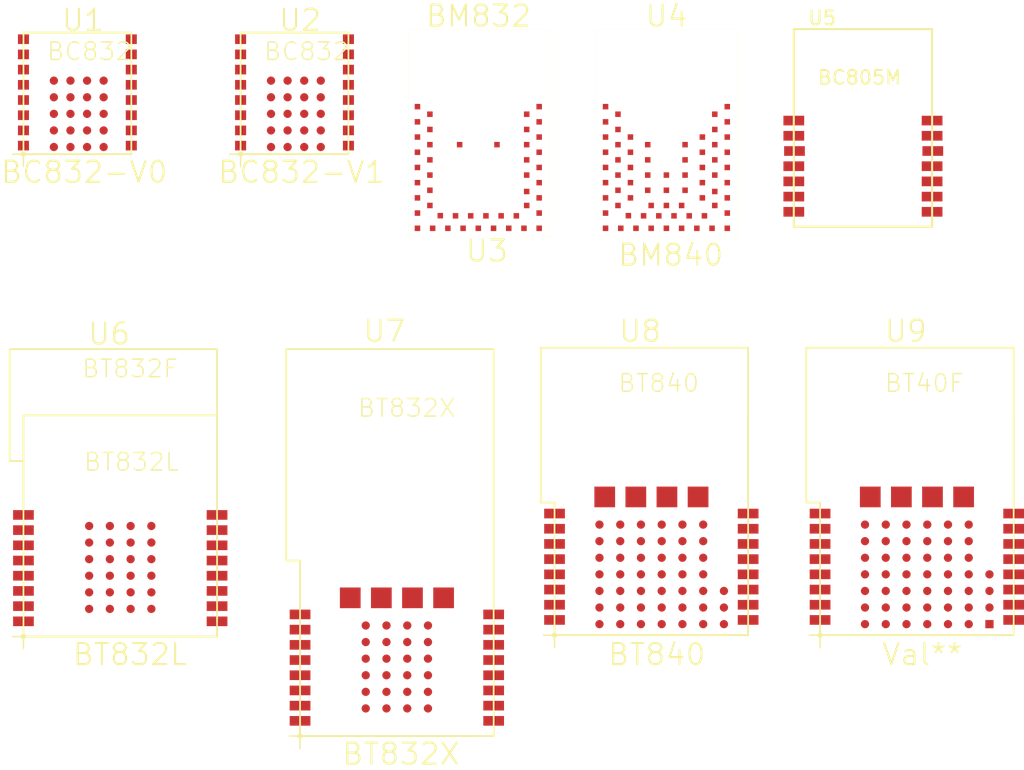
<source format=kicad_pcb>
(kicad_pcb (version 20171130) (host pcbnew "(5.1.6)-1")

  (general
    (thickness 1.6)
    (drawings 0)
    (tracks 0)
    (zones 0)
    (modules 9)
    (nets 417)
  )

  (page A4)
  (layers
    (0 F.Cu signal)
    (31 B.Cu signal)
    (32 B.Adhes user)
    (33 F.Adhes user)
    (34 B.Paste user)
    (35 F.Paste user)
    (36 B.SilkS user)
    (37 F.SilkS user)
    (38 B.Mask user)
    (39 F.Mask user)
    (40 Dwgs.User user)
    (41 Cmts.User user)
    (42 Eco1.User user)
    (43 Eco2.User user)
    (44 Edge.Cuts user)
    (45 Margin user)
    (46 B.CrtYd user)
    (47 F.CrtYd user)
    (48 B.Fab user)
    (49 F.Fab user hide)
  )

  (setup
    (last_trace_width 0.25)
    (trace_clearance 0.2)
    (zone_clearance 0.508)
    (zone_45_only no)
    (trace_min 0.2)
    (via_size 0.6)
    (via_drill 0.4)
    (via_min_size 0.4)
    (via_min_drill 0.3)
    (uvia_size 0.3)
    (uvia_drill 0.1)
    (uvias_allowed no)
    (uvia_min_size 0.2)
    (uvia_min_drill 0.1)
    (edge_width 0.15)
    (segment_width 0.2)
    (pcb_text_width 0.3)
    (pcb_text_size 1.5 1.5)
    (mod_edge_width 0.15)
    (mod_text_size 1 1)
    (mod_text_width 0.15)
    (pad_size 1.524 1.524)
    (pad_drill 0.762)
    (pad_to_mask_clearance 0.2)
    (aux_axis_origin 0 0)
    (grid_origin 67.5 120)
    (visible_elements 7FFFFFFF)
    (pcbplotparams
      (layerselection 0x00030_80000001)
      (usegerberextensions false)
      (usegerberattributes true)
      (usegerberadvancedattributes true)
      (creategerberjobfile true)
      (excludeedgelayer true)
      (linewidth 0.100000)
      (plotframeref false)
      (viasonmask false)
      (mode 1)
      (useauxorigin false)
      (hpglpennumber 1)
      (hpglpenspeed 20)
      (hpglpendiameter 15.000000)
      (psnegative false)
      (psa4output false)
      (plotreference true)
      (plotvalue true)
      (plotinvisibletext false)
      (padsonsilk false)
      (subtractmaskfromsilk false)
      (outputformat 1)
      (mirror false)
      (drillshape 1)
      (scaleselection 1)
      (outputdirectory ""))
  )

  (net 0 "")
  (net 1 "Net-(U2-PadP$D5)")
  (net 2 "Net-(U2-PadP$D4)")
  (net 3 "Net-(U2-PadP$D3)")
  (net 4 "Net-(U2-PadP$D2)")
  (net 5 "Net-(U2-PadP$D1)")
  (net 6 "Net-(U2-PadP$C5)")
  (net 7 "Net-(U2-PadP$C4)")
  (net 8 "Net-(U2-PadP$C3)")
  (net 9 "Net-(U2-PadP$C2)")
  (net 10 "Net-(U2-PadP$C1)")
  (net 11 "Net-(U2-PadP$B5)")
  (net 12 "Net-(U2-PadP$B4)")
  (net 13 "Net-(U2-PadP$B3)")
  (net 14 "Net-(U2-PadP$B2)")
  (net 15 "Net-(U2-PadP$B1)")
  (net 16 "Net-(U2-PadP$A5)")
  (net 17 "Net-(U2-PadP$A4)")
  (net 18 "Net-(U2-PadP$A3)")
  (net 19 "Net-(U2-PadP$A2)")
  (net 20 "Net-(U2-PadP$A1)")
  (net 21 "Net-(U2-PadP$16)")
  (net 22 "Net-(U2-PadP$15)")
  (net 23 "Net-(U2-PadP$14)")
  (net 24 "Net-(U2-PadP$13)")
  (net 25 "Net-(U2-PadP$12)")
  (net 26 "Net-(U2-PadP$11)")
  (net 27 "Net-(U2-PadP$10)")
  (net 28 "Net-(U2-PadP$9)")
  (net 29 "Net-(U2-PadP$8)")
  (net 30 "Net-(U2-PadP$7)")
  (net 31 "Net-(U2-PadP$6)")
  (net 32 "Net-(U2-PadP$5)")
  (net 33 "Net-(U2-PadP$4)")
  (net 34 "Net-(U2-PadP$3)")
  (net 35 "Net-(U2-PadP$2)")
  (net 36 "Net-(U2-PadP$1)")
  (net 37 "Net-(U3-PadP$16)")
  (net 38 "Net-(U3-PadP$15)")
  (net 39 "Net-(U3-PadP$14)")
  (net 40 "Net-(U3-PadP$13)")
  (net 41 "Net-(U3-PadP$12)")
  (net 42 "Net-(U3-PadP$11)")
  (net 43 "Net-(U3-PadP$10)")
  (net 44 "Net-(U3-PadP$9)")
  (net 45 "Net-(U3-PadP$8)")
  (net 46 "Net-(U3-PadP$7)")
  (net 47 "Net-(U3-PadP$6)")
  (net 48 "Net-(U3-PadP$5)")
  (net 49 "Net-(U3-PadP$4)")
  (net 50 "Net-(U3-PadP$3)")
  (net 51 "Net-(U3-PadP$2)")
  (net 52 "Net-(U3-PadP$1)")
  (net 53 "Net-(U4-PadP$16)")
  (net 54 "Net-(U4-PadP$15)")
  (net 55 "Net-(U4-PadP$14)")
  (net 56 "Net-(U4-PadP$13)")
  (net 57 "Net-(U4-PadP$12)")
  (net 58 "Net-(U4-PadP$11)")
  (net 59 "Net-(U4-PadP$10)")
  (net 60 "Net-(U4-PadP$9)")
  (net 61 "Net-(U4-PadP$8)")
  (net 62 "Net-(U4-PadP$7)")
  (net 63 "Net-(U4-PadP$6)")
  (net 64 "Net-(U4-PadP$5)")
  (net 65 "Net-(U4-PadP$4)")
  (net 66 "Net-(U4-PadP$3)")
  (net 67 "Net-(U4-PadP$2)")
  (net 68 "Net-(U4-PadP$1)")
  (net 69 "Net-(U6-PadP$16)")
  (net 70 "Net-(U6-PadP$15)")
  (net 71 "Net-(U6-PadP$14)")
  (net 72 "Net-(U6-PadP$13)")
  (net 73 "Net-(U6-PadP$12)")
  (net 74 "Net-(U6-PadP$11)")
  (net 75 "Net-(U6-PadP$10)")
  (net 76 "Net-(U6-PadP$9)")
  (net 77 "Net-(U6-PadP$8)")
  (net 78 "Net-(U6-PadP$7)")
  (net 79 "Net-(U6-PadP$6)")
  (net 80 "Net-(U6-PadP$5)")
  (net 81 "Net-(U6-PadP$4)")
  (net 82 "Net-(U6-PadP$3)")
  (net 83 "Net-(U6-PadP$2)")
  (net 84 "Net-(U6-PadP$1)")
  (net 85 "Net-(U7-PadP$1)")
  (net 86 "Net-(U7-PadP$2)")
  (net 87 "Net-(U7-PadP$3)")
  (net 88 "Net-(U7-PadP$4)")
  (net 89 "Net-(U7-PadP$5)")
  (net 90 "Net-(U7-PadP$6)")
  (net 91 "Net-(U7-PadP$7)")
  (net 92 "Net-(U7-PadP$8)")
  (net 93 "Net-(U7-PadP$9)")
  (net 94 "Net-(U7-PadP$10)")
  (net 95 "Net-(U7-PadP$11)")
  (net 96 "Net-(U7-PadP$12)")
  (net 97 "Net-(U7-PadP$13)")
  (net 98 "Net-(U7-PadP$14)")
  (net 99 "Net-(U7-PadP$15)")
  (net 100 "Net-(U7-PadP$16)")
  (net 101 "Net-(U7-PadP$A0)")
  (net 102 "Net-(U7-PadP$A1)")
  (net 103 "Net-(U7-PadP$A2)")
  (net 104 "Net-(U7-PadP$A3)")
  (net 105 "Net-(U7-PadP$A4)")
  (net 106 "Net-(U7-PadP$A5)")
  (net 107 "Net-(U7-PadP$B0)")
  (net 108 "Net-(U7-PadP$B1)")
  (net 109 "Net-(U7-PadP$B2)")
  (net 110 "Net-(U7-PadP$B3)")
  (net 111 "Net-(U7-PadP$B4)")
  (net 112 "Net-(U7-PadP$B5)")
  (net 113 "Net-(U7-PadP$C0)")
  (net 114 "Net-(U7-PadP$C1)")
  (net 115 "Net-(U7-PadP$C2)")
  (net 116 "Net-(U7-PadP$C3)")
  (net 117 "Net-(U7-PadP$C4)")
  (net 118 "Net-(U7-PadP$C5)")
  (net 119 "Net-(U7-PadP$D0)")
  (net 120 "Net-(U7-PadP$D1)")
  (net 121 "Net-(U7-PadP$D2)")
  (net 122 "Net-(U7-PadP$D3)")
  (net 123 "Net-(U7-PadP$D4)")
  (net 124 "Net-(U7-PadP$D5)")
  (net 125 "Net-(U7-PadP$F0)")
  (net 126 "Net-(U7-PadP$F1)")
  (net 127 "Net-(U7-PadP$F2)")
  (net 128 "Net-(U7-PadP$F3)")
  (net 129 "Net-(U8-PadP$16)")
  (net 130 "Net-(U8-PadP$15)")
  (net 131 "Net-(U8-PadP$14)")
  (net 132 "Net-(U8-PadP$13)")
  (net 133 "Net-(U8-PadP$12)")
  (net 134 "Net-(U8-PadP$11)")
  (net 135 "Net-(U8-PadP$10)")
  (net 136 "Net-(U8-PadP$9)")
  (net 137 "Net-(U8-PadP$8)")
  (net 138 "Net-(U8-PadP$7)")
  (net 139 "Net-(U8-PadP$6)")
  (net 140 "Net-(U8-PadP$5)")
  (net 141 "Net-(U8-PadP$4)")
  (net 142 "Net-(U8-PadP$3)")
  (net 143 "Net-(U8-PadP$2)")
  (net 144 "Net-(U8-PadP$1)")
  (net 145 "Net-(U1-PadP$D5)")
  (net 146 "Net-(U1-PadP$D4)")
  (net 147 "Net-(U1-PadP$D3)")
  (net 148 "Net-(U1-PadP$D2)")
  (net 149 "Net-(U1-PadP$D1)")
  (net 150 "Net-(U1-PadP$C5)")
  (net 151 "Net-(U1-PadP$C4)")
  (net 152 "Net-(U1-PadP$C3)")
  (net 153 "Net-(U1-PadP$C2)")
  (net 154 "Net-(U1-PadP$C1)")
  (net 155 "Net-(U1-PadP$B5)")
  (net 156 "Net-(U1-PadP$B4)")
  (net 157 "Net-(U1-PadP$B3)")
  (net 158 "Net-(U1-PadP$B2)")
  (net 159 "Net-(U1-PadP$B1)")
  (net 160 "Net-(U1-PadP$A5)")
  (net 161 "Net-(U1-PadP$A4)")
  (net 162 "Net-(U1-PadP$A3)")
  (net 163 "Net-(U1-PadP$A2)")
  (net 164 "Net-(U1-PadP$A1)")
  (net 165 "Net-(U1-PadP$16)")
  (net 166 "Net-(U1-PadP$15)")
  (net 167 "Net-(U1-PadP$14)")
  (net 168 "Net-(U1-PadP$13)")
  (net 169 "Net-(U1-PadP$12)")
  (net 170 "Net-(U1-PadP$11)")
  (net 171 "Net-(U1-PadP$10)")
  (net 172 "Net-(U1-PadP$9)")
  (net 173 "Net-(U1-PadP$8)")
  (net 174 "Net-(U1-PadP$7)")
  (net 175 "Net-(U1-PadP$6)")
  (net 176 "Net-(U1-PadP$5)")
  (net 177 "Net-(U1-PadP$4)")
  (net 178 "Net-(U1-PadP$3)")
  (net 179 "Net-(U1-PadP$2)")
  (net 180 "Net-(U1-PadP$1)")
  (net 181 "Net-(U3-PadP$47)")
  (net 182 "Net-(U3-PadP$46)")
  (net 183 "Net-(U3-PadP$45)")
  (net 184 "Net-(U3-PadP$44)")
  (net 185 "Net-(U3-PadP$43)")
  (net 186 "Net-(U3-PadP$42)")
  (net 187 "Net-(U3-PadP$41)")
  (net 188 "Net-(U3-PadP$40)")
  (net 189 "Net-(U3-PadP$39)")
  (net 190 "Net-(U3-PadP$38)")
  (net 191 "Net-(U3-PadP$37)")
  (net 192 "Net-(U3-PadP$36)")
  (net 193 "Net-(U3-PadP$35)")
  (net 194 "Net-(U3-PadP$34)")
  (net 195 "Net-(U3-PadP$33)")
  (net 196 "Net-(U3-PadP$32)")
  (net 197 "Net-(U3-PadP$31)")
  (net 198 "Net-(U3-PadP$30)")
  (net 199 "Net-(U3-PadP$29)")
  (net 200 "Net-(U3-PadP$28)")
  (net 201 "Net-(U3-PadP$27)")
  (net 202 "Net-(U3-PadP$26)")
  (net 203 "Net-(U3-PadP$25)")
  (net 204 "Net-(U3-PadP$24)")
  (net 205 "Net-(U3-PadP$23)")
  (net 206 "Net-(U3-PadP$22)")
  (net 207 "Net-(U3-PadP$21)")
  (net 208 "Net-(U3-PadP$20)")
  (net 209 "Net-(U3-PadP$19)")
  (net 210 "Net-(U3-PadP$18)")
  (net 211 "Net-(U3-PadP$17)")
  (net 212 "Net-(U4-PadP$68)")
  (net 213 "Net-(U4-PadP$67)")
  (net 214 "Net-(U4-PadP$66)")
  (net 215 "Net-(U4-PadP$65)")
  (net 216 "Net-(U4-PadP$64)")
  (net 217 "Net-(U4-PadP$63)")
  (net 218 "Net-(U4-PadP$62)")
  (net 219 "Net-(U4-PadP$61)")
  (net 220 "Net-(U4-PadP$60)")
  (net 221 "Net-(U4-PadP$59)")
  (net 222 "Net-(U4-PadP$58)")
  (net 223 "Net-(U4-PadP$57)")
  (net 224 "Net-(U4-PadP$56)")
  (net 225 "Net-(U4-PadP$55)")
  (net 226 "Net-(U4-PadP$54)")
  (net 227 "Net-(U4-PadP$53)")
  (net 228 "Net-(U4-PadP$52)")
  (net 229 "Net-(U4-PadP$51)")
  (net 230 "Net-(U4-PadP$50)")
  (net 231 "Net-(U4-PadP$49)")
  (net 232 "Net-(U4-PadP$48)")
  (net 233 "Net-(U4-PadP$47)")
  (net 234 "Net-(U4-PadP$46)")
  (net 235 "Net-(U4-PadP$45)")
  (net 236 "Net-(U4-PadP$44)")
  (net 237 "Net-(U4-PadP$43)")
  (net 238 "Net-(U4-PadP$42)")
  (net 239 "Net-(U4-PadP$41)")
  (net 240 "Net-(U4-PadP$40)")
  (net 241 "Net-(U4-PadP$39)")
  (net 242 "Net-(U4-PadP$38)")
  (net 243 "Net-(U4-PadP$37)")
  (net 244 "Net-(U4-PadP$36)")
  (net 245 "Net-(U4-PadP$35)")
  (net 246 "Net-(U4-PadP$34)")
  (net 247 "Net-(U4-PadP$33)")
  (net 248 "Net-(U4-PadP$32)")
  (net 249 "Net-(U4-PadP$31)")
  (net 250 "Net-(U4-PadP$30)")
  (net 251 "Net-(U4-PadP$29)")
  (net 252 "Net-(U4-PadP$28)")
  (net 253 "Net-(U4-PadP$27)")
  (net 254 "Net-(U4-PadP$26)")
  (net 255 "Net-(U4-PadP$25)")
  (net 256 "Net-(U4-PadP$24)")
  (net 257 "Net-(U4-PadP$23)")
  (net 258 "Net-(U4-PadP$22)")
  (net 259 "Net-(U4-PadP$21)")
  (net 260 "Net-(U4-PadP$20)")
  (net 261 "Net-(U4-PadP$19)")
  (net 262 "Net-(U4-PadP$18)")
  (net 263 "Net-(U4-PadP$17)")
  (net 264 "Net-(U5-Pad13)")
  (net 265 "Net-(U5-Pad11)")
  (net 266 "Net-(U5-Pad14)")
  (net 267 "Net-(U5-Pad9)")
  (net 268 "Net-(U5-Pad12)")
  (net 269 "Net-(U5-Pad8)")
  (net 270 "Net-(U5-Pad10)")
  (net 271 "Net-(U5-Pad1)")
  (net 272 "Net-(U5-Pad2)")
  (net 273 "Net-(U5-Pad3)")
  (net 274 "Net-(U5-Pad4)")
  (net 275 "Net-(U5-Pad5)")
  (net 276 "Net-(U5-Pad6)")
  (net 277 "Net-(U5-Pad7)")
  (net 278 "Net-(U6-PadP$D5)")
  (net 279 "Net-(U6-PadP$D4)")
  (net 280 "Net-(U6-PadP$D3)")
  (net 281 "Net-(U6-PadP$D2)")
  (net 282 "Net-(U6-PadP$D1)")
  (net 283 "Net-(U6-PadP$D0)")
  (net 284 "Net-(U6-PadP$C5)")
  (net 285 "Net-(U6-PadP$C4)")
  (net 286 "Net-(U6-PadP$C3)")
  (net 287 "Net-(U6-PadP$C2)")
  (net 288 "Net-(U6-PadP$C1)")
  (net 289 "Net-(U6-PadP$C0)")
  (net 290 "Net-(U6-PadP$B5)")
  (net 291 "Net-(U6-PadP$B4)")
  (net 292 "Net-(U6-PadP$B3)")
  (net 293 "Net-(U6-PadP$B2)")
  (net 294 "Net-(U6-PadP$B1)")
  (net 295 "Net-(U6-PadP$B0)")
  (net 296 "Net-(U6-PadP$A5)")
  (net 297 "Net-(U6-PadP$A4)")
  (net 298 "Net-(U6-PadP$A3)")
  (net 299 "Net-(U6-PadP$A2)")
  (net 300 "Net-(U6-PadP$A1)")
  (net 301 "Net-(U6-PadP$A0)")
  (net 302 "Net-(U8-PadP$Z6)")
  (net 303 "Net-(U8-PadP$Z5)")
  (net 304 "Net-(U8-PadP$Z4)")
  (net 305 "Net-(U8-PadP$Z3)")
  (net 306 "Net-(U8-PadP$Z2)")
  (net 307 "Net-(U8-PadP$Z1)")
  (net 308 "Net-(U8-PadP$Z0)")
  (net 309 "Net-(U8-PadP$F6)")
  (net 310 "Net-(U8-PadP$F5)")
  (net 311 "Net-(U8-PadP$F4)")
  (net 312 "Net-(U8-PadP$F3)")
  (net 313 "Net-(U8-PadP$F2)")
  (net 314 "Net-(U8-PadP$F1)")
  (net 315 "Net-(U8-PadP$F0)")
  (net 316 "Net-(U8-PadP$E6)")
  (net 317 "Net-(U8-PadP$E5)")
  (net 318 "Net-(U8-PadP$E4)")
  (net 319 "Net-(U8-PadP$E3)")
  (net 320 "Net-(U8-PadP$E2)")
  (net 321 "Net-(U8-PadP$E1)")
  (net 322 "Net-(U8-PadP$E0)")
  (net 323 "Net-(U8-PadP$D6)")
  (net 324 "Net-(U8-PadP$D5)")
  (net 325 "Net-(U8-PadP$D4)")
  (net 326 "Net-(U8-PadP$D3)")
  (net 327 "Net-(U8-PadP$D2)")
  (net 328 "Net-(U8-PadP$D1)")
  (net 329 "Net-(U8-PadP$D0)")
  (net 330 "Net-(U8-PadP$C6)")
  (net 331 "Net-(U8-PadP$C5)")
  (net 332 "Net-(U8-PadP$C4)")
  (net 333 "Net-(U8-PadP$C3)")
  (net 334 "Net-(U8-PadP$C2)")
  (net 335 "Net-(U8-PadP$C1)")
  (net 336 "Net-(U8-PadP$C0)")
  (net 337 "Net-(U8-PadP$B6)")
  (net 338 "Net-(U8-PadP$B5)")
  (net 339 "Net-(U8-PadP$B4)")
  (net 340 "Net-(U8-PadP$B3)")
  (net 341 "Net-(U8-PadP$B2)")
  (net 342 "Net-(U8-PadP$B1)")
  (net 343 "Net-(U8-PadP$B0)")
  (net 344 "Net-(U8-PadP$A6)")
  (net 345 "Net-(U8-PadP$A5)")
  (net 346 "Net-(U8-PadP$A4)")
  (net 347 "Net-(U8-PadP$A3)")
  (net 348 "Net-(U8-PadP$A2)")
  (net 349 "Net-(U8-PadP$A1)")
  (net 350 "Net-(U8-PadP$A0)")
  (net 351 "Net-(U9-PadP$F3)")
  (net 352 "Net-(U9-PadP$Z6)")
  (net 353 "Net-(U9-PadP$Z5)")
  (net 354 "Net-(U9-PadP$Z4)")
  (net 355 "Net-(U9-PadP$Z3)")
  (net 356 "Net-(U9-PadP$Z2)")
  (net 357 "Net-(U9-PadP$Z1)")
  (net 358 "Net-(U9-PadP$Z0)")
  (net 359 "Net-(U9-PadP$F6)")
  (net 360 "Net-(U9-PadP$F5)")
  (net 361 "Net-(U9-PadP$F4)")
  (net 362 "Net-(U9-PadP$E6)")
  (net 363 "Net-(U9-PadP$E5)")
  (net 364 "Net-(U9-PadP$E4)")
  (net 365 "Net-(U9-PadP$E3)")
  (net 366 "Net-(U9-PadP$E2)")
  (net 367 "Net-(U9-PadP$E1)")
  (net 368 "Net-(U9-PadP$E0)")
  (net 369 "Net-(U9-PadP$D6)")
  (net 370 "Net-(U9-PadP$D5)")
  (net 371 "Net-(U9-PadP$D4)")
  (net 372 "Net-(U9-PadP$D3)")
  (net 373 "Net-(U9-PadP$D2)")
  (net 374 "Net-(U9-PadP$D1)")
  (net 375 "Net-(U9-PadP$D0)")
  (net 376 "Net-(U9-PadP$C6)")
  (net 377 "Net-(U9-PadP$C5)")
  (net 378 "Net-(U9-PadP$C4)")
  (net 379 "Net-(U9-PadP$C3)")
  (net 380 "Net-(U9-PadP$C2)")
  (net 381 "Net-(U9-PadP$C1)")
  (net 382 "Net-(U9-PadP$C0)")
  (net 383 "Net-(U9-PadP$B6)")
  (net 384 "Net-(U9-PadP$B5)")
  (net 385 "Net-(U9-PadP$B4)")
  (net 386 "Net-(U9-PadP$B3)")
  (net 387 "Net-(U9-PadP$B2)")
  (net 388 "Net-(U9-PadP$B1)")
  (net 389 "Net-(U9-PadP$B0)")
  (net 390 "Net-(U9-PadP$A6)")
  (net 391 "Net-(U9-PadP$A5)")
  (net 392 "Net-(U9-PadP$A4)")
  (net 393 "Net-(U9-PadP$A3)")
  (net 394 "Net-(U9-PadP$A2)")
  (net 395 "Net-(U9-PadP$A1)")
  (net 396 "Net-(U9-PadP$A0)")
  (net 397 "Net-(U9-PadP$16)")
  (net 398 "Net-(U9-PadP$15)")
  (net 399 "Net-(U9-PadP$14)")
  (net 400 "Net-(U9-PadP$13)")
  (net 401 "Net-(U9-PadP$12)")
  (net 402 "Net-(U9-PadP$11)")
  (net 403 "Net-(U9-PadP$10)")
  (net 404 "Net-(U9-PadP$9)")
  (net 405 "Net-(U9-PadP$8)")
  (net 406 "Net-(U9-PadP$7)")
  (net 407 "Net-(U9-PadP$6)")
  (net 408 "Net-(U9-PadP$5)")
  (net 409 "Net-(U9-PadP$4)")
  (net 410 "Net-(U9-PadP$3)")
  (net 411 "Net-(U9-PadP$2)")
  (net 412 "Net-(U9-PadP$1)")
  (net 413 "Net-(U9-PadP$H3)")
  (net 414 "Net-(U9-PadP$H2)")
  (net 415 "Net-(U9-PadP$H1)")
  (net 416 "Net-(U9-PadP$H0)")

  (net_class Default "This is the default net class."
    (clearance 0.2)
    (trace_width 0.25)
    (via_dia 0.6)
    (via_drill 0.4)
    (uvia_dia 0.3)
    (uvia_drill 0.1)
    (add_net "Net-(U1-PadP$1)")
    (add_net "Net-(U1-PadP$10)")
    (add_net "Net-(U1-PadP$11)")
    (add_net "Net-(U1-PadP$12)")
    (add_net "Net-(U1-PadP$13)")
    (add_net "Net-(U1-PadP$14)")
    (add_net "Net-(U1-PadP$15)")
    (add_net "Net-(U1-PadP$16)")
    (add_net "Net-(U1-PadP$2)")
    (add_net "Net-(U1-PadP$3)")
    (add_net "Net-(U1-PadP$4)")
    (add_net "Net-(U1-PadP$5)")
    (add_net "Net-(U1-PadP$6)")
    (add_net "Net-(U1-PadP$7)")
    (add_net "Net-(U1-PadP$8)")
    (add_net "Net-(U1-PadP$9)")
    (add_net "Net-(U1-PadP$A1)")
    (add_net "Net-(U1-PadP$A2)")
    (add_net "Net-(U1-PadP$A3)")
    (add_net "Net-(U1-PadP$A4)")
    (add_net "Net-(U1-PadP$A5)")
    (add_net "Net-(U1-PadP$B1)")
    (add_net "Net-(U1-PadP$B2)")
    (add_net "Net-(U1-PadP$B3)")
    (add_net "Net-(U1-PadP$B4)")
    (add_net "Net-(U1-PadP$B5)")
    (add_net "Net-(U1-PadP$C1)")
    (add_net "Net-(U1-PadP$C2)")
    (add_net "Net-(U1-PadP$C3)")
    (add_net "Net-(U1-PadP$C4)")
    (add_net "Net-(U1-PadP$C5)")
    (add_net "Net-(U1-PadP$D1)")
    (add_net "Net-(U1-PadP$D2)")
    (add_net "Net-(U1-PadP$D3)")
    (add_net "Net-(U1-PadP$D4)")
    (add_net "Net-(U1-PadP$D5)")
    (add_net "Net-(U2-PadP$1)")
    (add_net "Net-(U2-PadP$10)")
    (add_net "Net-(U2-PadP$11)")
    (add_net "Net-(U2-PadP$12)")
    (add_net "Net-(U2-PadP$13)")
    (add_net "Net-(U2-PadP$14)")
    (add_net "Net-(U2-PadP$15)")
    (add_net "Net-(U2-PadP$16)")
    (add_net "Net-(U2-PadP$2)")
    (add_net "Net-(U2-PadP$3)")
    (add_net "Net-(U2-PadP$4)")
    (add_net "Net-(U2-PadP$5)")
    (add_net "Net-(U2-PadP$6)")
    (add_net "Net-(U2-PadP$7)")
    (add_net "Net-(U2-PadP$8)")
    (add_net "Net-(U2-PadP$9)")
    (add_net "Net-(U2-PadP$A1)")
    (add_net "Net-(U2-PadP$A2)")
    (add_net "Net-(U2-PadP$A3)")
    (add_net "Net-(U2-PadP$A4)")
    (add_net "Net-(U2-PadP$A5)")
    (add_net "Net-(U2-PadP$B1)")
    (add_net "Net-(U2-PadP$B2)")
    (add_net "Net-(U2-PadP$B3)")
    (add_net "Net-(U2-PadP$B4)")
    (add_net "Net-(U2-PadP$B5)")
    (add_net "Net-(U2-PadP$C1)")
    (add_net "Net-(U2-PadP$C2)")
    (add_net "Net-(U2-PadP$C3)")
    (add_net "Net-(U2-PadP$C4)")
    (add_net "Net-(U2-PadP$C5)")
    (add_net "Net-(U2-PadP$D1)")
    (add_net "Net-(U2-PadP$D2)")
    (add_net "Net-(U2-PadP$D3)")
    (add_net "Net-(U2-PadP$D4)")
    (add_net "Net-(U2-PadP$D5)")
    (add_net "Net-(U3-PadP$1)")
    (add_net "Net-(U3-PadP$10)")
    (add_net "Net-(U3-PadP$11)")
    (add_net "Net-(U3-PadP$12)")
    (add_net "Net-(U3-PadP$13)")
    (add_net "Net-(U3-PadP$14)")
    (add_net "Net-(U3-PadP$15)")
    (add_net "Net-(U3-PadP$16)")
    (add_net "Net-(U3-PadP$17)")
    (add_net "Net-(U3-PadP$18)")
    (add_net "Net-(U3-PadP$19)")
    (add_net "Net-(U3-PadP$2)")
    (add_net "Net-(U3-PadP$20)")
    (add_net "Net-(U3-PadP$21)")
    (add_net "Net-(U3-PadP$22)")
    (add_net "Net-(U3-PadP$23)")
    (add_net "Net-(U3-PadP$24)")
    (add_net "Net-(U3-PadP$25)")
    (add_net "Net-(U3-PadP$26)")
    (add_net "Net-(U3-PadP$27)")
    (add_net "Net-(U3-PadP$28)")
    (add_net "Net-(U3-PadP$29)")
    (add_net "Net-(U3-PadP$3)")
    (add_net "Net-(U3-PadP$30)")
    (add_net "Net-(U3-PadP$31)")
    (add_net "Net-(U3-PadP$32)")
    (add_net "Net-(U3-PadP$33)")
    (add_net "Net-(U3-PadP$34)")
    (add_net "Net-(U3-PadP$35)")
    (add_net "Net-(U3-PadP$36)")
    (add_net "Net-(U3-PadP$37)")
    (add_net "Net-(U3-PadP$38)")
    (add_net "Net-(U3-PadP$39)")
    (add_net "Net-(U3-PadP$4)")
    (add_net "Net-(U3-PadP$40)")
    (add_net "Net-(U3-PadP$41)")
    (add_net "Net-(U3-PadP$42)")
    (add_net "Net-(U3-PadP$43)")
    (add_net "Net-(U3-PadP$44)")
    (add_net "Net-(U3-PadP$45)")
    (add_net "Net-(U3-PadP$46)")
    (add_net "Net-(U3-PadP$47)")
    (add_net "Net-(U3-PadP$5)")
    (add_net "Net-(U3-PadP$6)")
    (add_net "Net-(U3-PadP$7)")
    (add_net "Net-(U3-PadP$8)")
    (add_net "Net-(U3-PadP$9)")
    (add_net "Net-(U4-PadP$1)")
    (add_net "Net-(U4-PadP$10)")
    (add_net "Net-(U4-PadP$11)")
    (add_net "Net-(U4-PadP$12)")
    (add_net "Net-(U4-PadP$13)")
    (add_net "Net-(U4-PadP$14)")
    (add_net "Net-(U4-PadP$15)")
    (add_net "Net-(U4-PadP$16)")
    (add_net "Net-(U4-PadP$17)")
    (add_net "Net-(U4-PadP$18)")
    (add_net "Net-(U4-PadP$19)")
    (add_net "Net-(U4-PadP$2)")
    (add_net "Net-(U4-PadP$20)")
    (add_net "Net-(U4-PadP$21)")
    (add_net "Net-(U4-PadP$22)")
    (add_net "Net-(U4-PadP$23)")
    (add_net "Net-(U4-PadP$24)")
    (add_net "Net-(U4-PadP$25)")
    (add_net "Net-(U4-PadP$26)")
    (add_net "Net-(U4-PadP$27)")
    (add_net "Net-(U4-PadP$28)")
    (add_net "Net-(U4-PadP$29)")
    (add_net "Net-(U4-PadP$3)")
    (add_net "Net-(U4-PadP$30)")
    (add_net "Net-(U4-PadP$31)")
    (add_net "Net-(U4-PadP$32)")
    (add_net "Net-(U4-PadP$33)")
    (add_net "Net-(U4-PadP$34)")
    (add_net "Net-(U4-PadP$35)")
    (add_net "Net-(U4-PadP$36)")
    (add_net "Net-(U4-PadP$37)")
    (add_net "Net-(U4-PadP$38)")
    (add_net "Net-(U4-PadP$39)")
    (add_net "Net-(U4-PadP$4)")
    (add_net "Net-(U4-PadP$40)")
    (add_net "Net-(U4-PadP$41)")
    (add_net "Net-(U4-PadP$42)")
    (add_net "Net-(U4-PadP$43)")
    (add_net "Net-(U4-PadP$44)")
    (add_net "Net-(U4-PadP$45)")
    (add_net "Net-(U4-PadP$46)")
    (add_net "Net-(U4-PadP$47)")
    (add_net "Net-(U4-PadP$48)")
    (add_net "Net-(U4-PadP$49)")
    (add_net "Net-(U4-PadP$5)")
    (add_net "Net-(U4-PadP$50)")
    (add_net "Net-(U4-PadP$51)")
    (add_net "Net-(U4-PadP$52)")
    (add_net "Net-(U4-PadP$53)")
    (add_net "Net-(U4-PadP$54)")
    (add_net "Net-(U4-PadP$55)")
    (add_net "Net-(U4-PadP$56)")
    (add_net "Net-(U4-PadP$57)")
    (add_net "Net-(U4-PadP$58)")
    (add_net "Net-(U4-PadP$59)")
    (add_net "Net-(U4-PadP$6)")
    (add_net "Net-(U4-PadP$60)")
    (add_net "Net-(U4-PadP$61)")
    (add_net "Net-(U4-PadP$62)")
    (add_net "Net-(U4-PadP$63)")
    (add_net "Net-(U4-PadP$64)")
    (add_net "Net-(U4-PadP$65)")
    (add_net "Net-(U4-PadP$66)")
    (add_net "Net-(U4-PadP$67)")
    (add_net "Net-(U4-PadP$68)")
    (add_net "Net-(U4-PadP$7)")
    (add_net "Net-(U4-PadP$8)")
    (add_net "Net-(U4-PadP$9)")
    (add_net "Net-(U5-Pad1)")
    (add_net "Net-(U5-Pad10)")
    (add_net "Net-(U5-Pad11)")
    (add_net "Net-(U5-Pad12)")
    (add_net "Net-(U5-Pad13)")
    (add_net "Net-(U5-Pad14)")
    (add_net "Net-(U5-Pad2)")
    (add_net "Net-(U5-Pad3)")
    (add_net "Net-(U5-Pad4)")
    (add_net "Net-(U5-Pad5)")
    (add_net "Net-(U5-Pad6)")
    (add_net "Net-(U5-Pad7)")
    (add_net "Net-(U5-Pad8)")
    (add_net "Net-(U5-Pad9)")
    (add_net "Net-(U6-PadP$1)")
    (add_net "Net-(U6-PadP$10)")
    (add_net "Net-(U6-PadP$11)")
    (add_net "Net-(U6-PadP$12)")
    (add_net "Net-(U6-PadP$13)")
    (add_net "Net-(U6-PadP$14)")
    (add_net "Net-(U6-PadP$15)")
    (add_net "Net-(U6-PadP$16)")
    (add_net "Net-(U6-PadP$2)")
    (add_net "Net-(U6-PadP$3)")
    (add_net "Net-(U6-PadP$4)")
    (add_net "Net-(U6-PadP$5)")
    (add_net "Net-(U6-PadP$6)")
    (add_net "Net-(U6-PadP$7)")
    (add_net "Net-(U6-PadP$8)")
    (add_net "Net-(U6-PadP$9)")
    (add_net "Net-(U6-PadP$A0)")
    (add_net "Net-(U6-PadP$A1)")
    (add_net "Net-(U6-PadP$A2)")
    (add_net "Net-(U6-PadP$A3)")
    (add_net "Net-(U6-PadP$A4)")
    (add_net "Net-(U6-PadP$A5)")
    (add_net "Net-(U6-PadP$B0)")
    (add_net "Net-(U6-PadP$B1)")
    (add_net "Net-(U6-PadP$B2)")
    (add_net "Net-(U6-PadP$B3)")
    (add_net "Net-(U6-PadP$B4)")
    (add_net "Net-(U6-PadP$B5)")
    (add_net "Net-(U6-PadP$C0)")
    (add_net "Net-(U6-PadP$C1)")
    (add_net "Net-(U6-PadP$C2)")
    (add_net "Net-(U6-PadP$C3)")
    (add_net "Net-(U6-PadP$C4)")
    (add_net "Net-(U6-PadP$C5)")
    (add_net "Net-(U6-PadP$D0)")
    (add_net "Net-(U6-PadP$D1)")
    (add_net "Net-(U6-PadP$D2)")
    (add_net "Net-(U6-PadP$D3)")
    (add_net "Net-(U6-PadP$D4)")
    (add_net "Net-(U6-PadP$D5)")
    (add_net "Net-(U7-PadP$1)")
    (add_net "Net-(U7-PadP$10)")
    (add_net "Net-(U7-PadP$11)")
    (add_net "Net-(U7-PadP$12)")
    (add_net "Net-(U7-PadP$13)")
    (add_net "Net-(U7-PadP$14)")
    (add_net "Net-(U7-PadP$15)")
    (add_net "Net-(U7-PadP$16)")
    (add_net "Net-(U7-PadP$2)")
    (add_net "Net-(U7-PadP$3)")
    (add_net "Net-(U7-PadP$4)")
    (add_net "Net-(U7-PadP$5)")
    (add_net "Net-(U7-PadP$6)")
    (add_net "Net-(U7-PadP$7)")
    (add_net "Net-(U7-PadP$8)")
    (add_net "Net-(U7-PadP$9)")
    (add_net "Net-(U7-PadP$A0)")
    (add_net "Net-(U7-PadP$A1)")
    (add_net "Net-(U7-PadP$A2)")
    (add_net "Net-(U7-PadP$A3)")
    (add_net "Net-(U7-PadP$A4)")
    (add_net "Net-(U7-PadP$A5)")
    (add_net "Net-(U7-PadP$B0)")
    (add_net "Net-(U7-PadP$B1)")
    (add_net "Net-(U7-PadP$B2)")
    (add_net "Net-(U7-PadP$B3)")
    (add_net "Net-(U7-PadP$B4)")
    (add_net "Net-(U7-PadP$B5)")
    (add_net "Net-(U7-PadP$C0)")
    (add_net "Net-(U7-PadP$C1)")
    (add_net "Net-(U7-PadP$C2)")
    (add_net "Net-(U7-PadP$C3)")
    (add_net "Net-(U7-PadP$C4)")
    (add_net "Net-(U7-PadP$C5)")
    (add_net "Net-(U7-PadP$D0)")
    (add_net "Net-(U7-PadP$D1)")
    (add_net "Net-(U7-PadP$D2)")
    (add_net "Net-(U7-PadP$D3)")
    (add_net "Net-(U7-PadP$D4)")
    (add_net "Net-(U7-PadP$D5)")
    (add_net "Net-(U7-PadP$F0)")
    (add_net "Net-(U7-PadP$F1)")
    (add_net "Net-(U7-PadP$F2)")
    (add_net "Net-(U7-PadP$F3)")
    (add_net "Net-(U8-PadP$1)")
    (add_net "Net-(U8-PadP$10)")
    (add_net "Net-(U8-PadP$11)")
    (add_net "Net-(U8-PadP$12)")
    (add_net "Net-(U8-PadP$13)")
    (add_net "Net-(U8-PadP$14)")
    (add_net "Net-(U8-PadP$15)")
    (add_net "Net-(U8-PadP$16)")
    (add_net "Net-(U8-PadP$2)")
    (add_net "Net-(U8-PadP$3)")
    (add_net "Net-(U8-PadP$4)")
    (add_net "Net-(U8-PadP$5)")
    (add_net "Net-(U8-PadP$6)")
    (add_net "Net-(U8-PadP$7)")
    (add_net "Net-(U8-PadP$8)")
    (add_net "Net-(U8-PadP$9)")
    (add_net "Net-(U8-PadP$A0)")
    (add_net "Net-(U8-PadP$A1)")
    (add_net "Net-(U8-PadP$A2)")
    (add_net "Net-(U8-PadP$A3)")
    (add_net "Net-(U8-PadP$A4)")
    (add_net "Net-(U8-PadP$A5)")
    (add_net "Net-(U8-PadP$A6)")
    (add_net "Net-(U8-PadP$B0)")
    (add_net "Net-(U8-PadP$B1)")
    (add_net "Net-(U8-PadP$B2)")
    (add_net "Net-(U8-PadP$B3)")
    (add_net "Net-(U8-PadP$B4)")
    (add_net "Net-(U8-PadP$B5)")
    (add_net "Net-(U8-PadP$B6)")
    (add_net "Net-(U8-PadP$C0)")
    (add_net "Net-(U8-PadP$C1)")
    (add_net "Net-(U8-PadP$C2)")
    (add_net "Net-(U8-PadP$C3)")
    (add_net "Net-(U8-PadP$C4)")
    (add_net "Net-(U8-PadP$C5)")
    (add_net "Net-(U8-PadP$C6)")
    (add_net "Net-(U8-PadP$D0)")
    (add_net "Net-(U8-PadP$D1)")
    (add_net "Net-(U8-PadP$D2)")
    (add_net "Net-(U8-PadP$D3)")
    (add_net "Net-(U8-PadP$D4)")
    (add_net "Net-(U8-PadP$D5)")
    (add_net "Net-(U8-PadP$D6)")
    (add_net "Net-(U8-PadP$E0)")
    (add_net "Net-(U8-PadP$E1)")
    (add_net "Net-(U8-PadP$E2)")
    (add_net "Net-(U8-PadP$E3)")
    (add_net "Net-(U8-PadP$E4)")
    (add_net "Net-(U8-PadP$E5)")
    (add_net "Net-(U8-PadP$E6)")
    (add_net "Net-(U8-PadP$F0)")
    (add_net "Net-(U8-PadP$F1)")
    (add_net "Net-(U8-PadP$F2)")
    (add_net "Net-(U8-PadP$F3)")
    (add_net "Net-(U8-PadP$F4)")
    (add_net "Net-(U8-PadP$F5)")
    (add_net "Net-(U8-PadP$F6)")
    (add_net "Net-(U8-PadP$Z0)")
    (add_net "Net-(U8-PadP$Z1)")
    (add_net "Net-(U8-PadP$Z2)")
    (add_net "Net-(U8-PadP$Z3)")
    (add_net "Net-(U8-PadP$Z4)")
    (add_net "Net-(U8-PadP$Z5)")
    (add_net "Net-(U8-PadP$Z6)")
    (add_net "Net-(U9-PadP$1)")
    (add_net "Net-(U9-PadP$10)")
    (add_net "Net-(U9-PadP$11)")
    (add_net "Net-(U9-PadP$12)")
    (add_net "Net-(U9-PadP$13)")
    (add_net "Net-(U9-PadP$14)")
    (add_net "Net-(U9-PadP$15)")
    (add_net "Net-(U9-PadP$16)")
    (add_net "Net-(U9-PadP$2)")
    (add_net "Net-(U9-PadP$3)")
    (add_net "Net-(U9-PadP$4)")
    (add_net "Net-(U9-PadP$5)")
    (add_net "Net-(U9-PadP$6)")
    (add_net "Net-(U9-PadP$7)")
    (add_net "Net-(U9-PadP$8)")
    (add_net "Net-(U9-PadP$9)")
    (add_net "Net-(U9-PadP$A0)")
    (add_net "Net-(U9-PadP$A1)")
    (add_net "Net-(U9-PadP$A2)")
    (add_net "Net-(U9-PadP$A3)")
    (add_net "Net-(U9-PadP$A4)")
    (add_net "Net-(U9-PadP$A5)")
    (add_net "Net-(U9-PadP$A6)")
    (add_net "Net-(U9-PadP$B0)")
    (add_net "Net-(U9-PadP$B1)")
    (add_net "Net-(U9-PadP$B2)")
    (add_net "Net-(U9-PadP$B3)")
    (add_net "Net-(U9-PadP$B4)")
    (add_net "Net-(U9-PadP$B5)")
    (add_net "Net-(U9-PadP$B6)")
    (add_net "Net-(U9-PadP$C0)")
    (add_net "Net-(U9-PadP$C1)")
    (add_net "Net-(U9-PadP$C2)")
    (add_net "Net-(U9-PadP$C3)")
    (add_net "Net-(U9-PadP$C4)")
    (add_net "Net-(U9-PadP$C5)")
    (add_net "Net-(U9-PadP$C6)")
    (add_net "Net-(U9-PadP$D0)")
    (add_net "Net-(U9-PadP$D1)")
    (add_net "Net-(U9-PadP$D2)")
    (add_net "Net-(U9-PadP$D3)")
    (add_net "Net-(U9-PadP$D4)")
    (add_net "Net-(U9-PadP$D5)")
    (add_net "Net-(U9-PadP$D6)")
    (add_net "Net-(U9-PadP$E0)")
    (add_net "Net-(U9-PadP$E1)")
    (add_net "Net-(U9-PadP$E2)")
    (add_net "Net-(U9-PadP$E3)")
    (add_net "Net-(U9-PadP$E4)")
    (add_net "Net-(U9-PadP$E5)")
    (add_net "Net-(U9-PadP$E6)")
    (add_net "Net-(U9-PadP$F3)")
    (add_net "Net-(U9-PadP$F4)")
    (add_net "Net-(U9-PadP$F5)")
    (add_net "Net-(U9-PadP$F6)")
    (add_net "Net-(U9-PadP$H0)")
    (add_net "Net-(U9-PadP$H1)")
    (add_net "Net-(U9-PadP$H2)")
    (add_net "Net-(U9-PadP$H3)")
    (add_net "Net-(U9-PadP$Z0)")
    (add_net "Net-(U9-PadP$Z1)")
    (add_net "Net-(U9-PadP$Z2)")
    (add_net "Net-(U9-PadP$Z3)")
    (add_net "Net-(U9-PadP$Z4)")
    (add_net "Net-(U9-PadP$Z5)")
    (add_net "Net-(U9-PadP$Z6)")
  )

  (module Fanstel_modules:BT40F (layer F.Cu) (tedit 6150256A) (tstamp 61508314)
    (at 149.4 94.8)
    (path /615374C6)
    (attr smd)
    (fp_text reference U9 (at 6.2 -22) (layer F.SilkS)
      (effects (font (size 1.524 1.524) (thickness 0.15)))
    )
    (fp_text value Val** (at 7.4 1.4) (layer F.SilkS)
      (effects (font (size 1.524 1.524) (thickness 0.15)))
    )
    (fp_text user BT40F (at 7.53364 -18.23466) (layer F.SilkS)
      (effects (font (size 1.27 1.27) (thickness 0.1016)))
    )
    (fp_arc (start 0 0) (end 0 0.14986) (angle 180) (layer F.SilkS) (width 0.1))
    (fp_arc (start 0 0) (end 0 -0.14986) (angle 180) (layer F.SilkS) (width 0.1))
    (fp_line (start 13.99794 -20.79752) (end 13.99794 -15.99946) (layer F.SilkS) (width 0.127))
    (fp_line (start -0.99822 -20.79752) (end 13.99794 -20.79752) (layer F.SilkS) (width 0.127))
    (fp_line (start -0.99822 -9.66978) (end -0.99822 -20.79752) (layer F.SilkS) (width 0.127))
    (fp_line (start 0 -9.59866) (end -0.99822 -9.59866) (layer F.SilkS) (width 0.127))
    (fp_line (start 13.99794 0) (end 0 0) (layer F.SilkS) (width 0.127))
    (fp_line (start 13.99794 -15.99946) (end 13.99794 0) (layer F.SilkS) (width 0.127))
    (fp_line (start 0 0) (end 0 -9.59866) (layer F.SilkS) (width 0.127))
    (fp_line (start 0 0) (end 0 0) (layer F.SilkS) (width 0.1))
    (fp_line (start 0 -0.14986) (end 0 0) (layer F.SilkS) (width 0.1))
    (fp_line (start 0 -0.254) (end 0 -0.14986) (layer F.SilkS) (width 0.1))
    (fp_line (start 14.00048 -15.99946) (end 13.99794 -15.99946) (layer F.SilkS) (width 0.1))
    (fp_line (start 13.9954 -15.99692) (end 13.9954 -9.72312) (layer F.SilkS) (width 0.1))
    (fp_line (start 14.00048 -0.58928) (end 14.00048 -0.00762) (layer F.SilkS) (width 0.1))
    (fp_line (start -0.00508 -0.00254) (end -0.00508 -0.5207) (layer F.SilkS) (width 0.1))
    (fp_line (start 0 0.14986) (end 0 0) (layer F.SilkS) (width 0.1))
    (fp_line (start 0 0.91186) (end 0 0.14986) (layer F.SilkS) (width 0.1))
    (fp_line (start 12.5984 0) (end 0 0) (layer F.SilkS) (width 0.1))
    (fp_line (start 12.5984 0) (end 12.5984 0) (layer F.SilkS) (width 0.1))
    (fp_line (start 0 0) (end 12.5984 0) (layer F.SilkS) (width 0.1))
    (fp_line (start -0.79756 0) (end 0 0) (layer F.SilkS) (width 0.1))
    (pad P$F3 smd circle (at 12.24788 -4.39786 180) (size 0.59944 0.59944) (layers F.Cu F.Paste F.Mask)
      (net 351 "Net-(U9-PadP$F3)"))
    (pad P$Z6 smd circle (at 3.24866 -0.79756) (size 0.59944 0.59944) (layers F.Cu F.Paste F.Mask)
      (net 352 "Net-(U9-PadP$Z6)"))
    (pad P$Z5 smd circle (at 3.24866 -1.99898) (size 0.59944 0.59944) (layers F.Cu F.Paste F.Mask)
      (net 353 "Net-(U9-PadP$Z5)"))
    (pad P$Z4 smd circle (at 3.24866 -3.19786 180) (size 0.59944 0.59944) (layers F.Cu F.Paste F.Mask)
      (net 354 "Net-(U9-PadP$Z4)"))
    (pad P$Z3 smd circle (at 3.24866 -4.39928 180) (size 0.59944 0.59944) (layers F.Cu F.Paste F.Mask)
      (net 355 "Net-(U9-PadP$Z3)"))
    (pad P$Z2 smd circle (at 3.24866 -5.59816 180) (size 0.59944 0.59944) (layers F.Cu F.Paste F.Mask)
      (net 356 "Net-(U9-PadP$Z2)"))
    (pad P$Z1 smd circle (at 3.24866 -6.79958 180) (size 0.59944 0.59944) (layers F.Cu F.Paste F.Mask)
      (net 357 "Net-(U9-PadP$Z1)"))
    (pad P$Z0 smd circle (at 3.24866 -7.99846 180) (size 0.59944 0.59944) (layers F.Cu F.Paste F.Mask)
      (net 358 "Net-(U9-PadP$Z0)"))
    (pad P$F6 smd rect (at 12.24788 -0.79756) (size 0.59944 0.59944) (layers F.Cu F.Paste F.Mask)
      (net 359 "Net-(U9-PadP$F6)"))
    (pad P$F5 smd circle (at 12.24788 -1.99898) (size 0.59944 0.59944) (layers F.Cu F.Paste F.Mask)
      (net 360 "Net-(U9-PadP$F5)"))
    (pad P$F4 smd circle (at 12.24788 -3.19786 180) (size 0.59944 0.59944) (layers F.Cu F.Paste F.Mask)
      (net 361 "Net-(U9-PadP$F4)"))
    (pad P$H3 smd rect (at 10.37844 -9.99998) (size 1.4986 1.4986) (layers F.Cu F.Paste F.Mask)
      (net 413 "Net-(U9-PadP$H3)"))
    (pad P$H2 smd rect (at 8.128 -9.99998) (size 1.4986 1.4986) (layers F.Cu F.Paste F.Mask)
      (net 414 "Net-(U9-PadP$H2)"))
    (pad P$H1 smd rect (at 5.87756 -9.99998) (size 1.4986 1.4986) (layers F.Cu F.Paste F.Mask)
      (net 415 "Net-(U9-PadP$H1)"))
    (pad P$H0 smd rect (at 3.62966 -9.99998) (size 1.4986 1.4986) (layers F.Cu F.Paste F.Mask)
      (net 416 "Net-(U9-PadP$H0)"))
    (pad P$E6 smd circle (at 10.74928 -0.79756) (size 0.59944 0.59944) (layers F.Cu F.Paste F.Mask)
      (net 362 "Net-(U9-PadP$E6)"))
    (pad P$E5 smd circle (at 10.74928 -1.99898) (size 0.59944 0.59944) (layers F.Cu F.Paste F.Mask)
      (net 363 "Net-(U9-PadP$E5)"))
    (pad P$E4 smd circle (at 10.74928 -3.19786 180) (size 0.59944 0.59944) (layers F.Cu F.Paste F.Mask)
      (net 364 "Net-(U9-PadP$E4)"))
    (pad P$E3 smd circle (at 10.74928 -4.39928 180) (size 0.59944 0.59944) (layers F.Cu F.Paste F.Mask)
      (net 365 "Net-(U9-PadP$E3)"))
    (pad P$E2 smd circle (at 10.74928 -5.59816 180) (size 0.59944 0.59944) (layers F.Cu F.Paste F.Mask)
      (net 366 "Net-(U9-PadP$E2)"))
    (pad P$E1 smd circle (at 10.74928 -6.79958 180) (size 0.59944 0.59944) (layers F.Cu F.Paste F.Mask)
      (net 367 "Net-(U9-PadP$E1)"))
    (pad P$E0 smd circle (at 10.74928 -7.99846 180) (size 0.59944 0.59944) (layers F.Cu F.Paste F.Mask)
      (net 368 "Net-(U9-PadP$E0)"))
    (pad P$D6 smd circle (at 9.24814 -0.79756 180) (size 0.59944 0.59944) (layers F.Cu F.Paste F.Mask)
      (net 369 "Net-(U9-PadP$D6)"))
    (pad P$D5 smd circle (at 9.24814 -1.99898 180) (size 0.59944 0.59944) (layers F.Cu F.Paste F.Mask)
      (net 370 "Net-(U9-PadP$D5)"))
    (pad P$D4 smd circle (at 9.24814 -3.19786 180) (size 0.59944 0.59944) (layers F.Cu F.Paste F.Mask)
      (net 371 "Net-(U9-PadP$D4)"))
    (pad P$D3 smd circle (at 9.24814 -4.39928 180) (size 0.59944 0.59944) (layers F.Cu F.Paste F.Mask)
      (net 372 "Net-(U9-PadP$D3)"))
    (pad P$D2 smd circle (at 9.24814 -5.59816 180) (size 0.59944 0.59944) (layers F.Cu F.Paste F.Mask)
      (net 373 "Net-(U9-PadP$D2)"))
    (pad P$D1 smd circle (at 9.24814 -6.79958 180) (size 0.59944 0.59944) (layers F.Cu F.Paste F.Mask)
      (net 374 "Net-(U9-PadP$D1)"))
    (pad P$D0 smd circle (at 9.24814 -7.99846 180) (size 0.59944 0.59944) (layers F.Cu F.Paste F.Mask)
      (net 375 "Net-(U9-PadP$D0)"))
    (pad P$C6 smd circle (at 7.74954 -0.79756 180) (size 0.59944 0.59944) (layers F.Cu F.Paste F.Mask)
      (net 376 "Net-(U9-PadP$C6)"))
    (pad P$C5 smd circle (at 7.74954 -1.99898 180) (size 0.59944 0.59944) (layers F.Cu F.Paste F.Mask)
      (net 377 "Net-(U9-PadP$C5)"))
    (pad P$C4 smd circle (at 7.74954 -3.19786 180) (size 0.59944 0.59944) (layers F.Cu F.Paste F.Mask)
      (net 378 "Net-(U9-PadP$C4)"))
    (pad P$C3 smd circle (at 7.74954 -4.39928 180) (size 0.59944 0.59944) (layers F.Cu F.Paste F.Mask)
      (net 379 "Net-(U9-PadP$C3)"))
    (pad P$C2 smd circle (at 7.74954 -5.59816 180) (size 0.59944 0.59944) (layers F.Cu F.Paste F.Mask)
      (net 380 "Net-(U9-PadP$C2)"))
    (pad P$C1 smd circle (at 7.74954 -6.79958 180) (size 0.59944 0.59944) (layers F.Cu F.Paste F.Mask)
      (net 381 "Net-(U9-PadP$C1)"))
    (pad P$C0 smd circle (at 7.74954 -7.99846 180) (size 0.59944 0.59944) (layers F.Cu F.Paste F.Mask)
      (net 382 "Net-(U9-PadP$C0)"))
    (pad P$B6 smd circle (at 6.2484 -0.79756 180) (size 0.59944 0.59944) (layers F.Cu F.Paste F.Mask)
      (net 383 "Net-(U9-PadP$B6)"))
    (pad P$B5 smd circle (at 6.2484 -1.99898 180) (size 0.59944 0.59944) (layers F.Cu F.Paste F.Mask)
      (net 384 "Net-(U9-PadP$B5)"))
    (pad P$B4 smd circle (at 6.2484 -3.19786 180) (size 0.59944 0.59944) (layers F.Cu F.Paste F.Mask)
      (net 385 "Net-(U9-PadP$B4)"))
    (pad P$B3 smd circle (at 6.2484 -4.39928 180) (size 0.59944 0.59944) (layers F.Cu F.Paste F.Mask)
      (net 386 "Net-(U9-PadP$B3)"))
    (pad P$B2 smd circle (at 6.2484 -5.59816 180) (size 0.59944 0.59944) (layers F.Cu F.Paste F.Mask)
      (net 387 "Net-(U9-PadP$B2)"))
    (pad P$B1 smd circle (at 6.2484 -6.79958 180) (size 0.59944 0.59944) (layers F.Cu F.Paste F.Mask)
      (net 388 "Net-(U9-PadP$B1)"))
    (pad P$B0 smd circle (at 6.2484 -7.99846 180) (size 0.59944 0.59944) (layers F.Cu F.Paste F.Mask)
      (net 389 "Net-(U9-PadP$B0)"))
    (pad P$A6 smd circle (at 4.7498 -0.79756) (size 0.59944 0.59944) (layers F.Cu F.Paste F.Mask)
      (net 390 "Net-(U9-PadP$A6)"))
    (pad P$A5 smd circle (at 4.7498 -1.99898) (size 0.59944 0.59944) (layers F.Cu F.Paste F.Mask)
      (net 391 "Net-(U9-PadP$A5)"))
    (pad P$A4 smd circle (at 4.7498 -3.19786 180) (size 0.59944 0.59944) (layers F.Cu F.Paste F.Mask)
      (net 392 "Net-(U9-PadP$A4)"))
    (pad P$A3 smd circle (at 4.7498 -4.39928 180) (size 0.59944 0.59944) (layers F.Cu F.Paste F.Mask)
      (net 393 "Net-(U9-PadP$A3)"))
    (pad P$A2 smd circle (at 4.7498 -5.59816 180) (size 0.59944 0.59944) (layers F.Cu F.Paste F.Mask)
      (net 394 "Net-(U9-PadP$A2)"))
    (pad P$A1 smd circle (at 4.7498 -6.79958 180) (size 0.59944 0.59944) (layers F.Cu F.Paste F.Mask)
      (net 395 "Net-(U9-PadP$A1)"))
    (pad P$A0 smd circle (at 4.7498 -7.99846 180) (size 0.59944 0.59944) (layers F.Cu F.Paste F.Mask)
      (net 396 "Net-(U9-PadP$A0)"))
    (pad P$16 smd rect (at 13.99794 -8.79856) (size 1.4986 0.6985) (layers F.Cu F.Paste F.Mask)
      (net 397 "Net-(U9-PadP$16)"))
    (pad P$15 smd rect (at 13.99794 -7.69874) (size 1.4986 0.6985) (layers F.Cu F.Paste F.Mask)
      (net 398 "Net-(U9-PadP$15)"))
    (pad P$14 smd rect (at 13.99794 -6.59892) (size 1.4986 0.6985) (layers F.Cu F.Paste F.Mask)
      (net 399 "Net-(U9-PadP$14)"))
    (pad P$13 smd rect (at 13.99794 -5.4991) (size 1.4986 0.6985) (layers F.Cu F.Paste F.Mask)
      (net 400 "Net-(U9-PadP$13)"))
    (pad P$12 smd rect (at 13.99794 -4.39928) (size 1.4986 0.6985) (layers F.Cu F.Paste F.Mask)
      (net 401 "Net-(U9-PadP$12)"))
    (pad P$11 smd rect (at 13.99794 -3.29946) (size 1.4986 0.6985) (layers F.Cu F.Paste F.Mask)
      (net 402 "Net-(U9-PadP$11)"))
    (pad P$10 smd rect (at 13.99794 -2.19964) (size 1.4986 0.6985) (layers F.Cu F.Paste F.Mask)
      (net 403 "Net-(U9-PadP$10)"))
    (pad P$9 smd rect (at 13.99794 -1.09982) (size 1.4986 0.6985) (layers F.Cu F.Paste F.Mask)
      (net 404 "Net-(U9-PadP$9)"))
    (pad P$8 smd rect (at 0 -1.09982) (size 1.4986 0.6985) (layers F.Cu F.Paste F.Mask)
      (net 405 "Net-(U9-PadP$8)"))
    (pad P$7 smd rect (at 0 -2.19964) (size 1.4986 0.6985) (layers F.Cu F.Paste F.Mask)
      (net 406 "Net-(U9-PadP$7)"))
    (pad P$6 smd rect (at 0 -3.29946) (size 1.4986 0.6985) (layers F.Cu F.Paste F.Mask)
      (net 407 "Net-(U9-PadP$6)"))
    (pad P$5 smd rect (at 0 -4.39928) (size 1.4986 0.6985) (layers F.Cu F.Paste F.Mask)
      (net 408 "Net-(U9-PadP$5)"))
    (pad P$4 smd rect (at 0 -5.4991) (size 1.4986 0.6985) (layers F.Cu F.Paste F.Mask)
      (net 409 "Net-(U9-PadP$4)"))
    (pad P$3 smd rect (at 0 -6.59892) (size 1.4986 0.6985) (layers F.Cu F.Paste F.Mask)
      (net 410 "Net-(U9-PadP$3)"))
    (pad P$2 smd rect (at 0 -7.69874) (size 1.4986 0.6985) (layers F.Cu F.Paste F.Mask)
      (net 411 "Net-(U9-PadP$2)"))
    (pad P$1 smd rect (at 0 -8.79856 180) (size 1.4986 0.6985) (layers F.Cu F.Paste F.Mask)
      (net 412 "Net-(U9-PadP$1)"))
  )

  (module Fanstel_modules:BT840-BT840 (layer F.Cu) (tedit 5B4AFDE5) (tstamp 61504033)
    (at 130.2 94.8)
    (path /5B4C58AF)
    (attr smd)
    (fp_text reference U8 (at 6.2 -22) (layer F.SilkS)
      (effects (font (size 1.524 1.524) (thickness 0.15)))
    )
    (fp_text value BT840 (at 7.4 1.4) (layer F.SilkS)
      (effects (font (size 1.524 1.524) (thickness 0.15)))
    )
    (fp_text user BT840 (at 7.53364 -18.23466) (layer F.SilkS)
      (effects (font (size 1.27 1.27) (thickness 0.1016)))
    )
    (fp_arc (start 0 0) (end 0 0.14986) (angle 180) (layer F.SilkS) (width 0.1))
    (fp_arc (start 0 0) (end 0 -0.14986) (angle 180) (layer F.SilkS) (width 0.1))
    (fp_line (start -0.79756 0) (end 0 0) (layer F.SilkS) (width 0.1))
    (fp_line (start 0 0) (end 12.5984 0) (layer F.SilkS) (width 0.1))
    (fp_line (start 12.5984 0) (end 12.5984 0) (layer F.SilkS) (width 0.1))
    (fp_line (start 12.5984 0) (end 0 0) (layer F.SilkS) (width 0.1))
    (fp_line (start 0 0.91186) (end 0 0.14986) (layer F.SilkS) (width 0.1))
    (fp_line (start 0 0.14986) (end 0 0) (layer F.SilkS) (width 0.1))
    (fp_line (start -0.00508 -0.00254) (end -0.00508 -0.5207) (layer F.SilkS) (width 0.1))
    (fp_line (start 14.00048 -0.58928) (end 14.00048 -0.00762) (layer F.SilkS) (width 0.1))
    (fp_line (start 13.9954 -15.99692) (end 13.9954 -9.72312) (layer F.SilkS) (width 0.1))
    (fp_line (start 14.00048 -15.99946) (end 13.99794 -15.99946) (layer F.SilkS) (width 0.1))
    (fp_line (start 0 -0.254) (end 0 -0.14986) (layer F.SilkS) (width 0.1))
    (fp_line (start 0 -0.14986) (end 0 0) (layer F.SilkS) (width 0.1))
    (fp_line (start 0 0) (end 0 0) (layer F.SilkS) (width 0.1))
    (fp_line (start 0 0) (end 0 -9.59866) (layer F.SilkS) (width 0.127))
    (fp_line (start 13.99794 -15.99946) (end 13.99794 0) (layer F.SilkS) (width 0.127))
    (fp_line (start 13.99794 0) (end 0 0) (layer F.SilkS) (width 0.127))
    (fp_line (start 0 -9.59866) (end -0.99822 -9.59866) (layer F.SilkS) (width 0.127))
    (fp_line (start -0.99822 -9.66978) (end -0.99822 -20.79752) (layer F.SilkS) (width 0.127))
    (fp_line (start -0.99822 -20.79752) (end 13.99794 -20.79752) (layer F.SilkS) (width 0.127))
    (fp_line (start 13.99794 -20.79752) (end 13.99794 -15.99946) (layer F.SilkS) (width 0.127))
    (pad P$Z6 smd circle (at 3.24866 -0.79756) (size 0.59944 0.59944) (layers F.Cu F.Paste F.Mask)
      (net 302 "Net-(U8-PadP$Z6)"))
    (pad P$Z5 smd circle (at 3.24866 -1.99898) (size 0.59944 0.59944) (layers F.Cu F.Paste F.Mask)
      (net 303 "Net-(U8-PadP$Z5)"))
    (pad P$Z4 smd circle (at 3.24866 -3.19786 180) (size 0.59944 0.59944) (layers F.Cu F.Paste F.Mask)
      (net 304 "Net-(U8-PadP$Z4)"))
    (pad P$Z3 smd circle (at 3.24866 -4.39928 180) (size 0.59944 0.59944) (layers F.Cu F.Paste F.Mask)
      (net 305 "Net-(U8-PadP$Z3)"))
    (pad P$Z2 smd circle (at 3.24866 -5.59816 180) (size 0.59944 0.59944) (layers F.Cu F.Paste F.Mask)
      (net 306 "Net-(U8-PadP$Z2)"))
    (pad P$Z1 smd circle (at 3.24866 -6.79958 180) (size 0.59944 0.59944) (layers F.Cu F.Paste F.Mask)
      (net 307 "Net-(U8-PadP$Z1)"))
    (pad P$Z0 smd circle (at 3.24866 -7.99846 180) (size 0.59944 0.59944) (layers F.Cu F.Paste F.Mask)
      (net 308 "Net-(U8-PadP$Z0)"))
    (pad P$F6 smd circle (at 12.24788 -0.79756) (size 0.59944 0.59944) (layers F.Cu F.Paste F.Mask)
      (net 309 "Net-(U8-PadP$F6)"))
    (pad P$F5 smd circle (at 12.24788 -1.99898) (size 0.59944 0.59944) (layers F.Cu F.Paste F.Mask)
      (net 310 "Net-(U8-PadP$F5)"))
    (pad P$F4 smd circle (at 12.24788 -3.19786 180) (size 0.59944 0.59944) (layers F.Cu F.Paste F.Mask)
      (net 311 "Net-(U8-PadP$F4)"))
    (pad P$F3 smd rect (at 10.37844 -9.99998) (size 1.4986 1.4986) (layers F.Cu F.Paste F.Mask)
      (net 312 "Net-(U8-PadP$F3)"))
    (pad P$F2 smd rect (at 8.128 -9.99998) (size 1.4986 1.4986) (layers F.Cu F.Paste F.Mask)
      (net 313 "Net-(U8-PadP$F2)"))
    (pad P$F1 smd rect (at 5.87756 -9.99998) (size 1.4986 1.4986) (layers F.Cu F.Paste F.Mask)
      (net 314 "Net-(U8-PadP$F1)"))
    (pad P$F0 smd rect (at 3.62966 -9.99998) (size 1.4986 1.4986) (layers F.Cu F.Paste F.Mask)
      (net 315 "Net-(U8-PadP$F0)"))
    (pad P$E6 smd circle (at 10.74928 -0.79756) (size 0.59944 0.59944) (layers F.Cu F.Paste F.Mask)
      (net 316 "Net-(U8-PadP$E6)"))
    (pad P$E5 smd circle (at 10.74928 -1.99898) (size 0.59944 0.59944) (layers F.Cu F.Paste F.Mask)
      (net 317 "Net-(U8-PadP$E5)"))
    (pad P$E4 smd circle (at 10.74928 -3.19786 180) (size 0.59944 0.59944) (layers F.Cu F.Paste F.Mask)
      (net 318 "Net-(U8-PadP$E4)"))
    (pad P$E3 smd circle (at 10.74928 -4.39928 180) (size 0.59944 0.59944) (layers F.Cu F.Paste F.Mask)
      (net 319 "Net-(U8-PadP$E3)"))
    (pad P$E2 smd circle (at 10.74928 -5.59816 180) (size 0.59944 0.59944) (layers F.Cu F.Paste F.Mask)
      (net 320 "Net-(U8-PadP$E2)"))
    (pad P$E1 smd circle (at 10.74928 -6.79958 180) (size 0.59944 0.59944) (layers F.Cu F.Paste F.Mask)
      (net 321 "Net-(U8-PadP$E1)"))
    (pad P$E0 smd circle (at 10.74928 -7.99846 180) (size 0.59944 0.59944) (layers F.Cu F.Paste F.Mask)
      (net 322 "Net-(U8-PadP$E0)"))
    (pad P$D6 smd circle (at 9.24814 -0.79756 180) (size 0.59944 0.59944) (layers F.Cu F.Paste F.Mask)
      (net 323 "Net-(U8-PadP$D6)"))
    (pad P$D5 smd circle (at 9.24814 -1.99898 180) (size 0.59944 0.59944) (layers F.Cu F.Paste F.Mask)
      (net 324 "Net-(U8-PadP$D5)"))
    (pad P$D4 smd circle (at 9.24814 -3.19786 180) (size 0.59944 0.59944) (layers F.Cu F.Paste F.Mask)
      (net 325 "Net-(U8-PadP$D4)"))
    (pad P$D3 smd circle (at 9.24814 -4.39928 180) (size 0.59944 0.59944) (layers F.Cu F.Paste F.Mask)
      (net 326 "Net-(U8-PadP$D3)"))
    (pad P$D2 smd circle (at 9.24814 -5.59816 180) (size 0.59944 0.59944) (layers F.Cu F.Paste F.Mask)
      (net 327 "Net-(U8-PadP$D2)"))
    (pad P$D1 smd circle (at 9.24814 -6.79958 180) (size 0.59944 0.59944) (layers F.Cu F.Paste F.Mask)
      (net 328 "Net-(U8-PadP$D1)"))
    (pad P$D0 smd circle (at 9.24814 -7.99846 180) (size 0.59944 0.59944) (layers F.Cu F.Paste F.Mask)
      (net 329 "Net-(U8-PadP$D0)"))
    (pad P$C6 smd circle (at 7.74954 -0.79756 180) (size 0.59944 0.59944) (layers F.Cu F.Paste F.Mask)
      (net 330 "Net-(U8-PadP$C6)"))
    (pad P$C5 smd circle (at 7.74954 -1.99898 180) (size 0.59944 0.59944) (layers F.Cu F.Paste F.Mask)
      (net 331 "Net-(U8-PadP$C5)"))
    (pad P$C4 smd circle (at 7.74954 -3.19786 180) (size 0.59944 0.59944) (layers F.Cu F.Paste F.Mask)
      (net 332 "Net-(U8-PadP$C4)"))
    (pad P$C3 smd circle (at 7.74954 -4.39928 180) (size 0.59944 0.59944) (layers F.Cu F.Paste F.Mask)
      (net 333 "Net-(U8-PadP$C3)"))
    (pad P$C2 smd circle (at 7.74954 -5.59816 180) (size 0.59944 0.59944) (layers F.Cu F.Paste F.Mask)
      (net 334 "Net-(U8-PadP$C2)"))
    (pad P$C1 smd circle (at 7.74954 -6.79958 180) (size 0.59944 0.59944) (layers F.Cu F.Paste F.Mask)
      (net 335 "Net-(U8-PadP$C1)"))
    (pad P$C0 smd circle (at 7.74954 -7.99846 180) (size 0.59944 0.59944) (layers F.Cu F.Paste F.Mask)
      (net 336 "Net-(U8-PadP$C0)"))
    (pad P$B6 smd circle (at 6.2484 -0.79756 180) (size 0.59944 0.59944) (layers F.Cu F.Paste F.Mask)
      (net 337 "Net-(U8-PadP$B6)"))
    (pad P$B5 smd circle (at 6.2484 -1.99898 180) (size 0.59944 0.59944) (layers F.Cu F.Paste F.Mask)
      (net 338 "Net-(U8-PadP$B5)"))
    (pad P$B4 smd circle (at 6.2484 -3.19786 180) (size 0.59944 0.59944) (layers F.Cu F.Paste F.Mask)
      (net 339 "Net-(U8-PadP$B4)"))
    (pad P$B3 smd circle (at 6.2484 -4.39928 180) (size 0.59944 0.59944) (layers F.Cu F.Paste F.Mask)
      (net 340 "Net-(U8-PadP$B3)"))
    (pad P$B2 smd circle (at 6.2484 -5.59816 180) (size 0.59944 0.59944) (layers F.Cu F.Paste F.Mask)
      (net 341 "Net-(U8-PadP$B2)"))
    (pad P$B1 smd circle (at 6.2484 -6.79958 180) (size 0.59944 0.59944) (layers F.Cu F.Paste F.Mask)
      (net 342 "Net-(U8-PadP$B1)"))
    (pad P$B0 smd circle (at 6.2484 -7.99846 180) (size 0.59944 0.59944) (layers F.Cu F.Paste F.Mask)
      (net 343 "Net-(U8-PadP$B0)"))
    (pad P$A6 smd circle (at 4.7498 -0.79756) (size 0.59944 0.59944) (layers F.Cu F.Paste F.Mask)
      (net 344 "Net-(U8-PadP$A6)"))
    (pad P$A5 smd circle (at 4.7498 -1.99898) (size 0.59944 0.59944) (layers F.Cu F.Paste F.Mask)
      (net 345 "Net-(U8-PadP$A5)"))
    (pad P$A4 smd circle (at 4.7498 -3.19786 180) (size 0.59944 0.59944) (layers F.Cu F.Paste F.Mask)
      (net 346 "Net-(U8-PadP$A4)"))
    (pad P$A3 smd circle (at 4.7498 -4.39928 180) (size 0.59944 0.59944) (layers F.Cu F.Paste F.Mask)
      (net 347 "Net-(U8-PadP$A3)"))
    (pad P$A2 smd circle (at 4.7498 -5.59816 180) (size 0.59944 0.59944) (layers F.Cu F.Paste F.Mask)
      (net 348 "Net-(U8-PadP$A2)"))
    (pad P$A1 smd circle (at 4.7498 -6.79958 180) (size 0.59944 0.59944) (layers F.Cu F.Paste F.Mask)
      (net 349 "Net-(U8-PadP$A1)"))
    (pad P$A0 smd circle (at 4.7498 -7.99846 180) (size 0.59944 0.59944) (layers F.Cu F.Paste F.Mask)
      (net 350 "Net-(U8-PadP$A0)"))
    (pad P$16 smd rect (at 13.99794 -8.79856) (size 1.4986 0.6985) (layers F.Cu F.Paste F.Mask)
      (net 129 "Net-(U8-PadP$16)"))
    (pad P$15 smd rect (at 13.99794 -7.69874) (size 1.4986 0.6985) (layers F.Cu F.Paste F.Mask)
      (net 130 "Net-(U8-PadP$15)"))
    (pad P$14 smd rect (at 13.99794 -6.59892) (size 1.4986 0.6985) (layers F.Cu F.Paste F.Mask)
      (net 131 "Net-(U8-PadP$14)"))
    (pad P$13 smd rect (at 13.99794 -5.4991) (size 1.4986 0.6985) (layers F.Cu F.Paste F.Mask)
      (net 132 "Net-(U8-PadP$13)"))
    (pad P$12 smd rect (at 13.99794 -4.39928) (size 1.4986 0.6985) (layers F.Cu F.Paste F.Mask)
      (net 133 "Net-(U8-PadP$12)"))
    (pad P$11 smd rect (at 13.99794 -3.29946) (size 1.4986 0.6985) (layers F.Cu F.Paste F.Mask)
      (net 134 "Net-(U8-PadP$11)"))
    (pad P$10 smd rect (at 13.99794 -2.19964) (size 1.4986 0.6985) (layers F.Cu F.Paste F.Mask)
      (net 135 "Net-(U8-PadP$10)"))
    (pad P$9 smd rect (at 13.99794 -1.09982) (size 1.4986 0.6985) (layers F.Cu F.Paste F.Mask)
      (net 136 "Net-(U8-PadP$9)"))
    (pad P$8 smd rect (at 0 -1.09982) (size 1.4986 0.6985) (layers F.Cu F.Paste F.Mask)
      (net 137 "Net-(U8-PadP$8)"))
    (pad P$7 smd rect (at 0 -2.19964) (size 1.4986 0.6985) (layers F.Cu F.Paste F.Mask)
      (net 138 "Net-(U8-PadP$7)"))
    (pad P$6 smd rect (at 0 -3.29946) (size 1.4986 0.6985) (layers F.Cu F.Paste F.Mask)
      (net 139 "Net-(U8-PadP$6)"))
    (pad P$5 smd rect (at 0 -4.39928) (size 1.4986 0.6985) (layers F.Cu F.Paste F.Mask)
      (net 140 "Net-(U8-PadP$5)"))
    (pad P$4 smd rect (at 0 -5.4991) (size 1.4986 0.6985) (layers F.Cu F.Paste F.Mask)
      (net 141 "Net-(U8-PadP$4)"))
    (pad P$3 smd rect (at 0 -6.59892) (size 1.4986 0.6985) (layers F.Cu F.Paste F.Mask)
      (net 142 "Net-(U8-PadP$3)"))
    (pad P$2 smd rect (at 0 -7.69874) (size 1.4986 0.6985) (layers F.Cu F.Paste F.Mask)
      (net 143 "Net-(U8-PadP$2)"))
    (pad P$1 smd rect (at 0 -8.79856 180) (size 1.4986 0.6985) (layers F.Cu F.Paste F.Mask)
      (net 144 "Net-(U8-PadP$1)"))
  )

  (module Fanstel_modules:BT832X-BT832X (layer F.Cu) (tedit 5B4AFDCF) (tstamp 61503FD7)
    (at 111.8 102.1)
    (path /5B4C5C94)
    (attr smd)
    (fp_text reference U7 (at 6.1 -29.3) (layer F.SilkS)
      (effects (font (size 1.524 1.524) (thickness 0.15)))
    )
    (fp_text value BT832X (at 7.3 1.3) (layer F.SilkS)
      (effects (font (size 1.524 1.524) (thickness 0.15)))
    )
    (fp_text user BT832X (at 7.7089 -23.73376) (layer F.SilkS)
      (effects (font (size 1.27 1.27) (thickness 0.1016)))
    )
    (fp_arc (start 0 0) (end 0 0.14986) (angle 180) (layer F.SilkS) (width 0.1))
    (fp_arc (start 0 0) (end 0 -0.14986) (angle 180) (layer F.SilkS) (width 0.1))
    (fp_line (start -0.79756 0) (end 0 0) (layer F.SilkS) (width 0.1))
    (fp_line (start 0 0) (end 12.5984 0) (layer F.SilkS) (width 0.1))
    (fp_line (start 12.5984 0) (end 12.5984 0) (layer F.SilkS) (width 0.1))
    (fp_line (start 12.5984 0) (end 0 0) (layer F.SilkS) (width 0.1))
    (fp_line (start 0 0.91186) (end 0 0.14986) (layer F.SilkS) (width 0.1))
    (fp_line (start 0 0.14986) (end 0 0) (layer F.SilkS) (width 0.1))
    (fp_line (start -0.00508 -0.00254) (end -0.00508 -0.5207) (layer F.SilkS) (width 0.1))
    (fp_line (start 14.00048 -0.58928) (end 14.00048 -0.00762) (layer F.SilkS) (width 0.1))
    (fp_line (start 13.9954 -15.99692) (end 13.9954 -9.72312) (layer F.SilkS) (width 0.1))
    (fp_line (start 14.00048 -15.99946) (end 13.99794 -15.99946) (layer F.SilkS) (width 0.1))
    (fp_line (start 0 -0.254) (end 0 -0.14986) (layer F.SilkS) (width 0.1))
    (fp_line (start 0 -0.14986) (end 0 0) (layer F.SilkS) (width 0.1))
    (fp_line (start 0 0) (end 0 0) (layer F.SilkS) (width 0.1))
    (fp_line (start 0 0) (end 0 -12.7) (layer F.SilkS) (width 0.127))
    (fp_line (start 13.99794 -15.99946) (end 13.99794 0) (layer F.SilkS) (width 0.127))
    (fp_line (start 13.99794 0) (end 0 0) (layer F.SilkS) (width 0.127))
    (fp_line (start 0 -12.7) (end -0.99822 -12.7) (layer F.SilkS) (width 0.127))
    (fp_line (start -0.99822 -12.79906) (end -0.99822 -27.99842) (layer F.SilkS) (width 0.127))
    (fp_line (start -0.99822 -27.99842) (end 13.99794 -27.99842) (layer F.SilkS) (width 0.127))
    (fp_line (start 13.99794 -27.99842) (end 13.99794 -15.99946) (layer F.SilkS) (width 0.127))
    (pad P$F3 smd rect (at 10.37844 -9.99998) (size 1.4986 1.4986) (layers F.Cu F.Paste F.Mask)
      (net 128 "Net-(U7-PadP$F3)"))
    (pad P$F2 smd rect (at 8.128 -9.99998) (size 1.4986 1.4986) (layers F.Cu F.Paste F.Mask)
      (net 127 "Net-(U7-PadP$F2)"))
    (pad P$F1 smd rect (at 5.87756 -9.99998) (size 1.4986 1.4986) (layers F.Cu F.Paste F.Mask)
      (net 126 "Net-(U7-PadP$F1)"))
    (pad P$F0 smd rect (at 3.62966 -9.99998) (size 1.4986 1.4986) (layers F.Cu F.Paste F.Mask)
      (net 125 "Net-(U7-PadP$F0)"))
    (pad P$D5 smd circle (at 9.24814 -1.99898 180) (size 0.59944 0.59944) (layers F.Cu F.Paste F.Mask)
      (net 124 "Net-(U7-PadP$D5)"))
    (pad P$D4 smd circle (at 9.24814 -3.19786 180) (size 0.59944 0.59944) (layers F.Cu F.Paste F.Mask)
      (net 123 "Net-(U7-PadP$D4)"))
    (pad P$D3 smd circle (at 9.24814 -4.39928 180) (size 0.59944 0.59944) (layers F.Cu F.Paste F.Mask)
      (net 122 "Net-(U7-PadP$D3)"))
    (pad P$D2 smd circle (at 9.24814 -5.59816 180) (size 0.59944 0.59944) (layers F.Cu F.Paste F.Mask)
      (net 121 "Net-(U7-PadP$D2)"))
    (pad P$D1 smd circle (at 9.24814 -6.79958 180) (size 0.59944 0.59944) (layers F.Cu F.Paste F.Mask)
      (net 120 "Net-(U7-PadP$D1)"))
    (pad P$D0 smd circle (at 9.24814 -7.99846 180) (size 0.59944 0.59944) (layers F.Cu F.Paste F.Mask)
      (net 119 "Net-(U7-PadP$D0)"))
    (pad P$C5 smd circle (at 7.74954 -1.99898 180) (size 0.59944 0.59944) (layers F.Cu F.Paste F.Mask)
      (net 118 "Net-(U7-PadP$C5)"))
    (pad P$C4 smd circle (at 7.74954 -3.19786 180) (size 0.59944 0.59944) (layers F.Cu F.Paste F.Mask)
      (net 117 "Net-(U7-PadP$C4)"))
    (pad P$C3 smd circle (at 7.74954 -4.39928 180) (size 0.59944 0.59944) (layers F.Cu F.Paste F.Mask)
      (net 116 "Net-(U7-PadP$C3)"))
    (pad P$C2 smd circle (at 7.74954 -5.59816 180) (size 0.59944 0.59944) (layers F.Cu F.Paste F.Mask)
      (net 115 "Net-(U7-PadP$C2)"))
    (pad P$C1 smd circle (at 7.74954 -6.79958 180) (size 0.59944 0.59944) (layers F.Cu F.Paste F.Mask)
      (net 114 "Net-(U7-PadP$C1)"))
    (pad P$C0 smd circle (at 7.74954 -7.99846 180) (size 0.59944 0.59944) (layers F.Cu F.Paste F.Mask)
      (net 113 "Net-(U7-PadP$C0)"))
    (pad P$B5 smd circle (at 6.2484 -1.99898 180) (size 0.59944 0.59944) (layers F.Cu F.Paste F.Mask)
      (net 112 "Net-(U7-PadP$B5)"))
    (pad P$B4 smd circle (at 6.2484 -3.19786 180) (size 0.59944 0.59944) (layers F.Cu F.Paste F.Mask)
      (net 111 "Net-(U7-PadP$B4)"))
    (pad P$B3 smd circle (at 6.2484 -4.39928 180) (size 0.59944 0.59944) (layers F.Cu F.Paste F.Mask)
      (net 110 "Net-(U7-PadP$B3)"))
    (pad P$B2 smd circle (at 6.2484 -5.59816 180) (size 0.59944 0.59944) (layers F.Cu F.Paste F.Mask)
      (net 109 "Net-(U7-PadP$B2)"))
    (pad P$B1 smd circle (at 6.2484 -6.79958 180) (size 0.59944 0.59944) (layers F.Cu F.Paste F.Mask)
      (net 108 "Net-(U7-PadP$B1)"))
    (pad P$B0 smd circle (at 6.2484 -7.99846 180) (size 0.59944 0.59944) (layers F.Cu F.Paste F.Mask)
      (net 107 "Net-(U7-PadP$B0)"))
    (pad P$A5 smd circle (at 4.7498 -1.99898) (size 0.59944 0.59944) (layers F.Cu F.Paste F.Mask)
      (net 106 "Net-(U7-PadP$A5)"))
    (pad P$A4 smd circle (at 4.7498 -3.19786 180) (size 0.59944 0.59944) (layers F.Cu F.Paste F.Mask)
      (net 105 "Net-(U7-PadP$A4)"))
    (pad P$A3 smd circle (at 4.7498 -4.39928 180) (size 0.59944 0.59944) (layers F.Cu F.Paste F.Mask)
      (net 104 "Net-(U7-PadP$A3)"))
    (pad P$A2 smd circle (at 4.7498 -5.59816 180) (size 0.59944 0.59944) (layers F.Cu F.Paste F.Mask)
      (net 103 "Net-(U7-PadP$A2)"))
    (pad P$A1 smd circle (at 4.7498 -6.79958 180) (size 0.59944 0.59944) (layers F.Cu F.Paste F.Mask)
      (net 102 "Net-(U7-PadP$A1)"))
    (pad P$A0 smd circle (at 4.7498 -7.99846 180) (size 0.59944 0.59944) (layers F.Cu F.Paste F.Mask)
      (net 101 "Net-(U7-PadP$A0)"))
    (pad P$16 smd rect (at 13.99794 -8.79856) (size 1.4986 0.6985) (layers F.Cu F.Paste F.Mask)
      (net 100 "Net-(U7-PadP$16)"))
    (pad P$15 smd rect (at 13.99794 -7.69874) (size 1.4986 0.6985) (layers F.Cu F.Paste F.Mask)
      (net 99 "Net-(U7-PadP$15)"))
    (pad P$14 smd rect (at 13.99794 -6.59892) (size 1.4986 0.6985) (layers F.Cu F.Paste F.Mask)
      (net 98 "Net-(U7-PadP$14)"))
    (pad P$13 smd rect (at 13.99794 -5.4991) (size 1.4986 0.6985) (layers F.Cu F.Paste F.Mask)
      (net 97 "Net-(U7-PadP$13)"))
    (pad P$12 smd rect (at 13.99794 -4.39928) (size 1.4986 0.6985) (layers F.Cu F.Paste F.Mask)
      (net 96 "Net-(U7-PadP$12)"))
    (pad P$11 smd rect (at 13.99794 -3.29946) (size 1.4986 0.6985) (layers F.Cu F.Paste F.Mask)
      (net 95 "Net-(U7-PadP$11)"))
    (pad P$10 smd rect (at 13.99794 -2.19964) (size 1.4986 0.6985) (layers F.Cu F.Paste F.Mask)
      (net 94 "Net-(U7-PadP$10)"))
    (pad P$9 smd rect (at 13.99794 -1.09982) (size 1.4986 0.6985) (layers F.Cu F.Paste F.Mask)
      (net 93 "Net-(U7-PadP$9)"))
    (pad P$8 smd rect (at 0 -1.09982) (size 1.4986 0.6985) (layers F.Cu F.Paste F.Mask)
      (net 92 "Net-(U7-PadP$8)"))
    (pad P$7 smd rect (at 0 -2.19964) (size 1.4986 0.6985) (layers F.Cu F.Paste F.Mask)
      (net 91 "Net-(U7-PadP$7)"))
    (pad P$6 smd rect (at 0 -3.29946) (size 1.4986 0.6985) (layers F.Cu F.Paste F.Mask)
      (net 90 "Net-(U7-PadP$6)"))
    (pad P$5 smd rect (at 0 -4.39928) (size 1.4986 0.6985) (layers F.Cu F.Paste F.Mask)
      (net 89 "Net-(U7-PadP$5)"))
    (pad P$4 smd rect (at 0 -5.4991) (size 1.4986 0.6985) (layers F.Cu F.Paste F.Mask)
      (net 88 "Net-(U7-PadP$4)"))
    (pad P$3 smd rect (at 0 -6.59892) (size 1.4986 0.6985) (layers F.Cu F.Paste F.Mask)
      (net 87 "Net-(U7-PadP$3)"))
    (pad P$2 smd rect (at 0 -7.69874) (size 1.4986 0.6985) (layers F.Cu F.Paste F.Mask)
      (net 86 "Net-(U7-PadP$2)"))
    (pad P$1 smd rect (at 0 -8.79856 180) (size 1.4986 0.6985) (layers F.Cu F.Paste F.Mask)
      (net 85 "Net-(U7-PadP$1)"))
  )

  (module Fanstel_modules:BT832-BT832L (layer F.Cu) (tedit 200000) (tstamp 61503F90)
    (at 91.8 94.9)
    (path /5B4C594A)
    (attr smd)
    (fp_text reference U6 (at 6.2 -21.9) (layer F.SilkS)
      (effects (font (size 1.524 1.524) (thickness 0.15)))
    )
    (fp_text value BT832L (at 7.7 1.3) (layer F.SilkS)
      (effects (font (size 1.524 1.524) (thickness 0.15)))
    )
    (fp_text user BT832F (at 7.7089 -19.38274) (layer F.SilkS)
      (effects (font (size 1.27 1.27) (thickness 0.1016)))
    )
    (fp_text user BT832L (at 7.80796 -12.63396) (layer F.SilkS)
      (effects (font (size 1.27 1.27) (thickness 0.1016)))
    )
    (fp_arc (start 0 0) (end 0 0.14986) (angle 180) (layer F.SilkS) (width 0.1))
    (fp_arc (start 0 0) (end 0 -0.14986) (angle 180) (layer F.SilkS) (width 0.1))
    (fp_line (start -0.79756 0) (end 0 0) (layer F.SilkS) (width 0.1))
    (fp_line (start 0 0) (end 12.5984 0) (layer F.SilkS) (width 0.1))
    (fp_line (start 12.5984 0) (end 12.5984 0) (layer F.SilkS) (width 0.1))
    (fp_line (start 12.5984 0) (end 0 0) (layer F.SilkS) (width 0.1))
    (fp_line (start 0 0.91186) (end 0 0.14986) (layer F.SilkS) (width 0.1))
    (fp_line (start 0 0.14986) (end 0 0) (layer F.SilkS) (width 0.1))
    (fp_line (start -0.00508 -0.00254) (end -0.00508 -0.5207) (layer F.SilkS) (width 0.1))
    (fp_line (start 14.00048 -0.58928) (end 14.00048 -0.00762) (layer F.SilkS) (width 0.1))
    (fp_line (start 13.9954 -15.99692) (end 13.9954 -9.72312) (layer F.SilkS) (width 0.1))
    (fp_line (start -0.00508 -9.64184) (end -0.00508 -15.99692) (layer F.SilkS) (width 0.1))
    (fp_line (start 14.00048 -15.99946) (end 13.99794 -15.99946) (layer F.SilkS) (width 0.1))
    (fp_line (start 13.9954 0) (end -0.00254 0) (layer F.SilkS) (width 0.1))
    (fp_line (start 0 -0.254) (end 0 -0.14986) (layer F.SilkS) (width 0.1))
    (fp_line (start 0 -0.14986) (end 0 0) (layer F.SilkS) (width 0.1))
    (fp_line (start 0 0) (end 0 0) (layer F.SilkS) (width 0.1))
    (fp_line (start 0 0) (end 0 -12.7) (layer F.SilkS) (width 0.127))
    (fp_line (start 0 -12.7) (end 0 -15.99946) (layer F.SilkS) (width 0.127))
    (fp_line (start 0 -15.99946) (end 13.99794 -15.99946) (layer F.SilkS) (width 0.127))
    (fp_line (start 13.99794 -15.99946) (end 13.99794 0) (layer F.SilkS) (width 0.127))
    (fp_line (start 13.99794 0) (end 0 0) (layer F.SilkS) (width 0.127))
    (fp_line (start 0 -12.7) (end -0.99822 -12.7) (layer F.SilkS) (width 0.127))
    (fp_line (start -0.99822 -12.79906) (end -0.99822 -20.79752) (layer F.SilkS) (width 0.127))
    (fp_line (start -0.99822 -20.79752) (end 13.99794 -20.79752) (layer F.SilkS) (width 0.127))
    (fp_line (start 13.99794 -20.79752) (end 13.99794 -15.99946) (layer F.SilkS) (width 0.127))
    (pad P$D5 smd circle (at 9.24814 -1.99898 180) (size 0.59944 0.59944) (layers F.Cu F.Paste F.Mask)
      (net 278 "Net-(U6-PadP$D5)"))
    (pad P$D4 smd circle (at 9.24814 -3.19786 180) (size 0.59944 0.59944) (layers F.Cu F.Paste F.Mask)
      (net 279 "Net-(U6-PadP$D4)"))
    (pad P$D3 smd circle (at 9.24814 -4.39928 180) (size 0.59944 0.59944) (layers F.Cu F.Paste F.Mask)
      (net 280 "Net-(U6-PadP$D3)"))
    (pad P$D2 smd circle (at 9.24814 -5.59816 180) (size 0.59944 0.59944) (layers F.Cu F.Paste F.Mask)
      (net 281 "Net-(U6-PadP$D2)"))
    (pad P$D1 smd circle (at 9.24814 -6.79958 180) (size 0.59944 0.59944) (layers F.Cu F.Paste F.Mask)
      (net 282 "Net-(U6-PadP$D1)"))
    (pad P$D0 smd circle (at 9.24814 -7.99846 180) (size 0.59944 0.59944) (layers F.Cu F.Paste F.Mask)
      (net 283 "Net-(U6-PadP$D0)"))
    (pad P$C5 smd circle (at 7.74954 -1.99898 180) (size 0.59944 0.59944) (layers F.Cu F.Paste F.Mask)
      (net 284 "Net-(U6-PadP$C5)"))
    (pad P$C4 smd circle (at 7.74954 -3.19786 180) (size 0.59944 0.59944) (layers F.Cu F.Paste F.Mask)
      (net 285 "Net-(U6-PadP$C4)"))
    (pad P$C3 smd circle (at 7.74954 -4.39928 180) (size 0.59944 0.59944) (layers F.Cu F.Paste F.Mask)
      (net 286 "Net-(U6-PadP$C3)"))
    (pad P$C2 smd circle (at 7.74954 -5.59816 180) (size 0.59944 0.59944) (layers F.Cu F.Paste F.Mask)
      (net 287 "Net-(U6-PadP$C2)"))
    (pad P$C1 smd circle (at 7.74954 -6.79958 180) (size 0.59944 0.59944) (layers F.Cu F.Paste F.Mask)
      (net 288 "Net-(U6-PadP$C1)"))
    (pad P$C0 smd circle (at 7.74954 -7.99846 180) (size 0.59944 0.59944) (layers F.Cu F.Paste F.Mask)
      (net 289 "Net-(U6-PadP$C0)"))
    (pad P$B5 smd circle (at 6.2484 -1.99898 180) (size 0.59944 0.59944) (layers F.Cu F.Paste F.Mask)
      (net 290 "Net-(U6-PadP$B5)"))
    (pad P$B4 smd circle (at 6.2484 -3.19786 180) (size 0.59944 0.59944) (layers F.Cu F.Paste F.Mask)
      (net 291 "Net-(U6-PadP$B4)"))
    (pad P$B3 smd circle (at 6.2484 -4.39928 180) (size 0.59944 0.59944) (layers F.Cu F.Paste F.Mask)
      (net 292 "Net-(U6-PadP$B3)"))
    (pad P$B2 smd circle (at 6.2484 -5.59816 180) (size 0.59944 0.59944) (layers F.Cu F.Paste F.Mask)
      (net 293 "Net-(U6-PadP$B2)"))
    (pad P$B1 smd circle (at 6.2484 -6.79958 180) (size 0.59944 0.59944) (layers F.Cu F.Paste F.Mask)
      (net 294 "Net-(U6-PadP$B1)"))
    (pad P$B0 smd circle (at 6.2484 -7.99846 180) (size 0.59944 0.59944) (layers F.Cu F.Paste F.Mask)
      (net 295 "Net-(U6-PadP$B0)"))
    (pad P$A5 smd circle (at 4.7498 -1.99898) (size 0.59944 0.59944) (layers F.Cu F.Paste F.Mask)
      (net 296 "Net-(U6-PadP$A5)"))
    (pad P$A4 smd circle (at 4.7498 -3.19786 180) (size 0.59944 0.59944) (layers F.Cu F.Paste F.Mask)
      (net 297 "Net-(U6-PadP$A4)"))
    (pad P$A3 smd circle (at 4.7498 -4.39928 180) (size 0.59944 0.59944) (layers F.Cu F.Paste F.Mask)
      (net 298 "Net-(U6-PadP$A3)"))
    (pad P$A2 smd circle (at 4.7498 -5.59816 180) (size 0.59944 0.59944) (layers F.Cu F.Paste F.Mask)
      (net 299 "Net-(U6-PadP$A2)"))
    (pad P$A1 smd circle (at 4.7498 -6.79958 180) (size 0.59944 0.59944) (layers F.Cu F.Paste F.Mask)
      (net 300 "Net-(U6-PadP$A1)"))
    (pad P$A0 smd circle (at 4.7498 -7.99846 180) (size 0.59944 0.59944) (layers F.Cu F.Paste F.Mask)
      (net 301 "Net-(U6-PadP$A0)"))
    (pad P$16 smd rect (at 13.99794 -8.79856) (size 1.4986 0.6985) (layers F.Cu F.Paste F.Mask)
      (net 69 "Net-(U6-PadP$16)"))
    (pad P$15 smd rect (at 13.99794 -7.69874) (size 1.4986 0.6985) (layers F.Cu F.Paste F.Mask)
      (net 70 "Net-(U6-PadP$15)"))
    (pad P$14 smd rect (at 13.99794 -6.59892) (size 1.4986 0.6985) (layers F.Cu F.Paste F.Mask)
      (net 71 "Net-(U6-PadP$14)"))
    (pad P$13 smd rect (at 13.99794 -5.4991) (size 1.4986 0.6985) (layers F.Cu F.Paste F.Mask)
      (net 72 "Net-(U6-PadP$13)"))
    (pad P$12 smd rect (at 13.99794 -4.39928) (size 1.4986 0.6985) (layers F.Cu F.Paste F.Mask)
      (net 73 "Net-(U6-PadP$12)"))
    (pad P$11 smd rect (at 13.99794 -3.29946) (size 1.4986 0.6985) (layers F.Cu F.Paste F.Mask)
      (net 74 "Net-(U6-PadP$11)"))
    (pad P$10 smd rect (at 13.99794 -2.19964) (size 1.4986 0.6985) (layers F.Cu F.Paste F.Mask)
      (net 75 "Net-(U6-PadP$10)"))
    (pad P$9 smd rect (at 13.99794 -1.09982) (size 1.4986 0.6985) (layers F.Cu F.Paste F.Mask)
      (net 76 "Net-(U6-PadP$9)"))
    (pad P$8 smd rect (at 0 -1.09982) (size 1.4986 0.6985) (layers F.Cu F.Paste F.Mask)
      (net 77 "Net-(U6-PadP$8)"))
    (pad P$7 smd rect (at 0 -2.19964) (size 1.4986 0.6985) (layers F.Cu F.Paste F.Mask)
      (net 78 "Net-(U6-PadP$7)"))
    (pad P$6 smd rect (at 0 -3.29946) (size 1.4986 0.6985) (layers F.Cu F.Paste F.Mask)
      (net 79 "Net-(U6-PadP$6)"))
    (pad P$5 smd rect (at 0 -4.39928) (size 1.4986 0.6985) (layers F.Cu F.Paste F.Mask)
      (net 80 "Net-(U6-PadP$5)"))
    (pad P$4 smd rect (at 0 -5.4991) (size 1.4986 0.6985) (layers F.Cu F.Paste F.Mask)
      (net 81 "Net-(U6-PadP$4)"))
    (pad P$3 smd rect (at 0 -6.59892) (size 1.4986 0.6985) (layers F.Cu F.Paste F.Mask)
      (net 82 "Net-(U6-PadP$3)"))
    (pad P$2 smd rect (at 0 -7.69874) (size 1.4986 0.6985) (layers F.Cu F.Paste F.Mask)
      (net 83 "Net-(U6-PadP$2)"))
    (pad P$1 smd rect (at 0 -8.79856 180) (size 1.4986 0.6985) (layers F.Cu F.Paste F.Mask)
      (net 84 "Net-(U6-PadP$1)"))
  )

  (module Fanstel_modules:BC805M (layer F.Cu) (tedit 61501C3F) (tstamp 6150450C)
    (at 147.5 65.25)
    (path /61507A2A)
    (fp_text reference U5 (at 2.05 -15.1) (layer F.SilkS)
      (effects (font (size 1 1) (thickness 0.15)))
    )
    (fp_text value BC805M (at 4.75 -1.1) (layer F.Fab)
      (effects (font (size 1 1) (thickness 0.15)))
    )
    (fp_text user BC805M (at 4.75 -10.8) (layer F.SilkS)
      (effects (font (size 1 1) (thickness 0.15)))
    )
    (fp_line (start 0 0) (end 0 -14.3) (layer F.SilkS) (width 0.15))
    (fp_line (start 0 -14.3) (end 10 -14.3) (layer F.SilkS) (width 0.15))
    (fp_line (start 10 -14.3) (end 10 0) (layer F.SilkS) (width 0.15))
    (fp_line (start 10 0) (end 0 0) (layer F.SilkS) (width 0.15))
    (pad 13 smd rect (at 10 -6.58) (size 1.5 0.7) (layers F.Cu F.Paste F.Mask)
      (net 264 "Net-(U5-Pad13)"))
    (pad 11 smd rect (at 10 -4.38) (size 1.5 0.7) (layers F.Cu F.Paste F.Mask)
      (net 265 "Net-(U5-Pad11)"))
    (pad 14 smd rect (at 10 -7.68) (size 1.5 0.7) (layers F.Cu F.Paste F.Mask)
      (net 266 "Net-(U5-Pad14)"))
    (pad 9 smd rect (at 10 -2.18) (size 1.5 0.7) (layers F.Cu F.Paste F.Mask)
      (net 267 "Net-(U5-Pad9)"))
    (pad 12 smd rect (at 10.05 -5.48) (size 1.5 0.7) (layers F.Cu F.Paste F.Mask)
      (net 268 "Net-(U5-Pad12)"))
    (pad 8 smd rect (at 10 -1.08) (size 1.5 0.7) (layers F.Cu F.Paste F.Mask)
      (net 269 "Net-(U5-Pad8)"))
    (pad 10 smd rect (at 10 -3.28) (size 1.5 0.7) (layers F.Cu F.Paste F.Mask)
      (net 270 "Net-(U5-Pad10)"))
    (pad 1 smd rect (at 0 -7.68) (size 1.5 0.7) (layers F.Cu F.Paste F.Mask)
      (net 271 "Net-(U5-Pad1)"))
    (pad 2 smd rect (at 0 -6.58) (size 1.5 0.7) (layers F.Cu F.Paste F.Mask)
      (net 272 "Net-(U5-Pad2)"))
    (pad 3 smd rect (at 0.05 -5.48) (size 1.5 0.7) (layers F.Cu F.Paste F.Mask)
      (net 273 "Net-(U5-Pad3)"))
    (pad 4 smd rect (at 0 -4.38) (size 1.5 0.7) (layers F.Cu F.Paste F.Mask)
      (net 274 "Net-(U5-Pad4)"))
    (pad 5 smd rect (at 0 -3.28) (size 1.5 0.7) (layers F.Cu F.Paste F.Mask)
      (net 275 "Net-(U5-Pad5)"))
    (pad 6 smd rect (at 0 -2.18) (size 1.5 0.7) (layers F.Cu F.Paste F.Mask)
      (net 276 "Net-(U5-Pad6)"))
    (pad 7 smd rect (at 0 -1.08) (size 1.5 0.7) (layers F.Cu F.Paste F.Mask)
      (net 277 "Net-(U5-Pad7)"))
  )

  (module Fanstel_modules:BM840-1-BM840 (layer F.Cu) (tedit 200000) (tstamp 61503F31)
    (at 133.2 66)
    (path /5B4BB0C2)
    (attr smd)
    (fp_text reference U4 (at 5.1 -16) (layer F.SilkS)
      (effects (font (size 1.524 1.524) (thickness 0.15)))
    )
    (fp_text value BM840 (at 5.4 1.3) (layer F.SilkS)
      (effects (font (size 1.524 1.524) (thickness 0.15)))
    )
    (fp_arc (start 10.20572 -0.00254) (end 10.20572 -0.00508) (angle 180) (layer F.SilkS) (width 0.00762))
    (fp_arc (start 0.00762 -0.00254) (end 0.00762 0) (angle 180) (layer F.SilkS) (width 0.00762))
    (fp_arc (start 10.20572 -15.00124) (end 10.20318 -15.00124) (angle 180) (layer F.SilkS) (width 0.00762))
    (fp_arc (start 10.20572 -0.00254) (end 10.20826 -0.00254) (angle 90) (layer F.SilkS) (width 0.00762))
    (fp_arc (start 10.20572 -0.00254) (end 10.20572 0) (angle 90) (layer F.SilkS) (width 0.00762))
    (fp_arc (start 0.00762 -15.00124) (end 0.00762 -14.9987) (angle 180) (layer F.SilkS) (width 0.00762))
    (fp_arc (start 10.20572 -15.00124) (end 10.20572 -15.00378) (angle 90) (layer F.SilkS) (width 0.00762))
    (fp_arc (start 10.20572 -15.00124) (end 10.20826 -15.00124) (angle 90) (layer F.SilkS) (width 0.00762))
    (fp_arc (start 0.00762 -0.00254) (end 0.01016 -0.00254) (angle 90) (layer F.SilkS) (width 0.00762))
    (fp_arc (start 0.00762 -0.00254) (end 0.00762 0) (angle 90) (layer F.SilkS) (width 0.00762))
    (fp_arc (start 0.00762 -15.00124) (end 0.00508 -15.00124) (angle 90) (layer F.SilkS) (width 0.00762))
    (fp_arc (start 0.00762 -15.00124) (end 0.00762 -15.00378) (angle 90) (layer F.SilkS) (width 0.00762))
    (fp_line (start 0.00762 -0.00254) (end 0.00762 -0.00508) (layer F.SilkS) (width 0.00762))
    (fp_line (start 0.00762 -0.00508) (end 0.00762 -14.9987) (layer F.SilkS) (width 0.00762))
    (fp_line (start 0.00762 -14.9987) (end 0.00762 -15.00124) (layer F.SilkS) (width 0.00762))
    (fp_line (start 0.00762 -15.00124) (end 10.20318 -15.00124) (layer F.SilkS) (width 0.00762))
    (fp_line (start 10.20318 -15.00124) (end 10.20572 -15.00124) (layer F.SilkS) (width 0.00762))
    (fp_line (start 10.20572 -15.00124) (end 10.20572 -0.00508) (layer F.SilkS) (width 0.00762))
    (fp_line (start 10.20572 -0.00508) (end 10.20572 -0.00254) (layer F.SilkS) (width 0.00762))
    (fp_line (start 10.20572 -0.00254) (end 0.00762 -0.00254) (layer F.SilkS) (width 0.00762))
    (pad P$68 smd rect (at 5.08762 -4.48818 90) (size 0.39878 0.39878) (layers F.Cu F.Paste F.Mask)
      (net 212 "Net-(U4-PadP$68)"))
    (pad P$67 smd rect (at 5.08762 -3.38836 90) (size 0.39878 0.39878) (layers F.Cu F.Paste F.Mask)
      (net 213 "Net-(U4-PadP$67)"))
    (pad P$66 smd rect (at 7.68858 -7.239 90) (size 0.39878 0.39878) (layers F.Cu F.Paste F.Mask)
      (net 214 "Net-(U4-PadP$66)"))
    (pad P$65 smd rect (at 7.68858 -6.13918 90) (size 0.39878 0.39878) (layers F.Cu F.Paste F.Mask)
      (net 215 "Net-(U4-PadP$65)"))
    (pad P$64 smd rect (at 6.4389 -5.588 90) (size 0.39878 0.39878) (layers F.Cu F.Paste F.Mask)
      (net 216 "Net-(U4-PadP$64)"))
    (pad P$63 smd rect (at 7.68858 -5.03936 90) (size 0.39878 0.39878) (layers F.Cu F.Paste F.Mask)
      (net 217 "Net-(U4-PadP$63)"))
    (pad P$62 smd rect (at 6.4389 -4.48818 90) (size 0.39878 0.39878) (layers F.Cu F.Paste F.Mask)
      (net 218 "Net-(U4-PadP$62)"))
    (pad P$61 smd rect (at 7.68858 -3.93954 90) (size 0.39878 0.39878) (layers F.Cu F.Paste F.Mask)
      (net 219 "Net-(U4-PadP$61)"))
    (pad P$60 smd rect (at 6.4389 -3.38836 90) (size 0.39878 0.39878) (layers F.Cu F.Paste F.Mask)
      (net 220 "Net-(U4-PadP$60)"))
    (pad P$59 smd rect (at 7.68858 -2.83972 90) (size 0.39878 0.39878) (layers F.Cu F.Paste F.Mask)
      (net 221 "Net-(U4-PadP$59)"))
    (pad P$58 smd rect (at 6.18998 -2.28854 90) (size 0.39878 0.39878) (layers F.Cu F.Paste F.Mask)
      (net 222 "Net-(U4-PadP$58)"))
    (pad P$57 smd rect (at 5.08762 -2.28854 90) (size 0.39878 0.39878) (layers F.Cu F.Paste F.Mask)
      (net 223 "Net-(U4-PadP$57)"))
    (pad P$56 smd rect (at 3.9878 -2.28854 90) (size 0.39878 0.39878) (layers F.Cu F.Paste F.Mask)
      (net 224 "Net-(U4-PadP$56)"))
    (pad P$55 smd rect (at 2.4892 -2.83972 90) (size 0.39878 0.39878) (layers F.Cu F.Paste F.Mask)
      (net 225 "Net-(U4-PadP$55)"))
    (pad P$54 smd rect (at 3.73888 -3.38836 90) (size 0.39878 0.39878) (layers F.Cu F.Paste F.Mask)
      (net 226 "Net-(U4-PadP$54)"))
    (pad P$53 smd rect (at 2.4892 -3.93954 90) (size 0.39878 0.39878) (layers F.Cu F.Paste F.Mask)
      (net 227 "Net-(U4-PadP$53)"))
    (pad P$52 smd rect (at 3.73888 -4.48818 90) (size 0.39878 0.39878) (layers F.Cu F.Paste F.Mask)
      (net 228 "Net-(U4-PadP$52)"))
    (pad P$51 smd rect (at 2.4892 -5.03936 90) (size 0.39878 0.39878) (layers F.Cu F.Paste F.Mask)
      (net 229 "Net-(U4-PadP$51)"))
    (pad P$50 smd rect (at 3.73888 -5.588 90) (size 0.39878 0.39878) (layers F.Cu F.Paste F.Mask)
      (net 230 "Net-(U4-PadP$50)"))
    (pad P$49 smd rect (at 2.4892 -6.13918 90) (size 0.39878 0.39878) (layers F.Cu F.Paste F.Mask)
      (net 231 "Net-(U4-PadP$49)"))
    (pad P$48 smd rect (at 2.4892 -7.239 90) (size 0.39878 0.39878) (layers F.Cu F.Paste F.Mask)
      (net 232 "Net-(U4-PadP$48)"))
    (pad P$47 smd rect (at 3.73888 -6.68782 90) (size 0.39878 0.39878) (layers F.Cu F.Paste F.Mask)
      (net 233 "Net-(U4-PadP$47)"))
    (pad P$46 smd rect (at 6.4389 -6.68782 90) (size 0.39878 0.39878) (layers F.Cu F.Paste F.Mask)
      (net 234 "Net-(U4-PadP$46)"))
    (pad P$45 smd rect (at 9.48944 -9.43864 90) (size 0.39878 0.39878) (layers F.Cu F.Paste F.Mask)
      (net 235 "Net-(U4-PadP$45)"))
    (pad P$44 smd rect (at 8.58774 -8.89 90) (size 0.39878 0.39878) (layers F.Cu F.Paste F.Mask)
      (net 236 "Net-(U4-PadP$44)"))
    (pad P$43 smd rect (at 9.48944 -8.33882 90) (size 0.39878 0.39878) (layers F.Cu F.Paste F.Mask)
      (net 237 "Net-(U4-PadP$43)"))
    (pad P$42 smd rect (at 8.58774 -7.78764 90) (size 0.39878 0.39878) (layers F.Cu F.Paste F.Mask)
      (net 238 "Net-(U4-PadP$42)"))
    (pad P$41 smd rect (at 9.48944 -7.239 90) (size 0.39878 0.39878) (layers F.Cu F.Paste F.Mask)
      (net 239 "Net-(U4-PadP$41)"))
    (pad P$40 smd rect (at 8.58774 -6.68782 90) (size 0.39878 0.39878) (layers F.Cu F.Paste F.Mask)
      (net 240 "Net-(U4-PadP$40)"))
    (pad P$39 smd rect (at 9.48944 -6.13918 90) (size 0.39878 0.39878) (layers F.Cu F.Paste F.Mask)
      (net 241 "Net-(U4-PadP$39)"))
    (pad P$38 smd rect (at 8.58774 -5.588 90) (size 0.39878 0.39878) (layers F.Cu F.Paste F.Mask)
      (net 242 "Net-(U4-PadP$38)"))
    (pad P$37 smd rect (at 9.48944 -5.03936 90) (size 0.39878 0.39878) (layers F.Cu F.Paste F.Mask)
      (net 243 "Net-(U4-PadP$37)"))
    (pad P$36 smd rect (at 8.58774 -4.48818 90) (size 0.39878 0.39878) (layers F.Cu F.Paste F.Mask)
      (net 244 "Net-(U4-PadP$36)"))
    (pad P$35 smd rect (at 9.48944 -3.93954 90) (size 0.39878 0.39878) (layers F.Cu F.Paste F.Mask)
      (net 245 "Net-(U4-PadP$35)"))
    (pad P$34 smd rect (at 8.58774 -3.29946 90) (size 0.39878 0.39878) (layers F.Cu F.Paste F.Mask)
      (net 246 "Net-(U4-PadP$34)"))
    (pad P$33 smd rect (at 9.48944 -2.83972 90) (size 0.39878 0.39878) (layers F.Cu F.Paste F.Mask)
      (net 247 "Net-(U4-PadP$33)"))
    (pad P$32 smd rect (at 8.58774 -2.28854 90) (size 0.39878 0.39878) (layers F.Cu F.Paste F.Mask)
      (net 248 "Net-(U4-PadP$32)"))
    (pad P$31 smd rect (at 9.48944 -1.7399 90) (size 0.39878 0.39878) (layers F.Cu F.Paste F.Mask)
      (net 249 "Net-(U4-PadP$31)"))
    (pad P$30 smd rect (at 9.48944 -0.63754 180) (size 0.39878 0.39878) (layers F.Cu F.Paste F.Mask)
      (net 250 "Net-(U4-PadP$30)"))
    (pad P$29 smd rect (at 8.38962 -0.63754 90) (size 0.39878 0.39878) (layers F.Cu F.Paste F.Mask)
      (net 251 "Net-(U4-PadP$29)"))
    (pad P$28 smd rect (at 7.83844 -1.53924 90) (size 0.39878 0.39878) (layers F.Cu F.Paste F.Mask)
      (net 252 "Net-(U4-PadP$28)"))
    (pad P$27 smd rect (at 7.2898 -0.63754 90) (size 0.39878 0.39878) (layers F.Cu F.Paste F.Mask)
      (net 253 "Net-(U4-PadP$27)"))
    (pad P$26 smd rect (at 6.73862 -1.53924 90) (size 0.39878 0.39878) (layers F.Cu F.Paste F.Mask)
      (net 254 "Net-(U4-PadP$26)"))
    (pad P$25 smd rect (at 6.18998 -0.63754 90) (size 0.39878 0.39878) (layers F.Cu F.Paste F.Mask)
      (net 255 "Net-(U4-PadP$25)"))
    (pad P$24 smd rect (at 5.6388 -1.53924 90) (size 0.39878 0.39878) (layers F.Cu F.Paste F.Mask)
      (net 256 "Net-(U4-PadP$24)"))
    (pad P$23 smd rect (at 5.08762 -0.63754 180) (size 0.39878 0.39878) (layers F.Cu F.Paste F.Mask)
      (net 257 "Net-(U4-PadP$23)"))
    (pad P$22 smd rect (at 4.53898 -1.53924 90) (size 0.39878 0.39878) (layers F.Cu F.Paste F.Mask)
      (net 258 "Net-(U4-PadP$22)"))
    (pad P$21 smd rect (at 3.9878 -0.63754 90) (size 0.39878 0.39878) (layers F.Cu F.Paste F.Mask)
      (net 259 "Net-(U4-PadP$21)"))
    (pad P$20 smd rect (at 3.43916 -1.53924 90) (size 0.39878 0.39878) (layers F.Cu F.Paste F.Mask)
      (net 260 "Net-(U4-PadP$20)"))
    (pad P$19 smd rect (at 2.88798 -0.63754 90) (size 0.39878 0.39878) (layers F.Cu F.Paste F.Mask)
      (net 261 "Net-(U4-PadP$19)"))
    (pad P$18 smd rect (at 2.33934 -1.5494 180) (size 0.39878 0.39878) (layers F.Cu F.Paste F.Mask)
      (net 262 "Net-(U4-PadP$18)"))
    (pad P$17 smd rect (at 1.78816 -0.63754 90) (size 0.39878 0.39878) (layers F.Cu F.Paste F.Mask)
      (net 263 "Net-(U4-PadP$17)"))
    (pad P$16 smd rect (at 0.68834 -0.63754 90) (size 0.39878 0.39878) (layers F.Cu F.Paste F.Mask)
      (net 53 "Net-(U4-PadP$16)"))
    (pad P$15 smd rect (at 0.68834 -1.7399 90) (size 0.39878 0.39878) (layers F.Cu F.Paste F.Mask)
      (net 54 "Net-(U4-PadP$15)"))
    (pad P$14 smd rect (at 1.5875 -2.28854 90) (size 0.39878 0.39878) (layers F.Cu F.Paste F.Mask)
      (net 55 "Net-(U4-PadP$14)"))
    (pad P$13 smd rect (at 0.68834 -2.83972 90) (size 0.39878 0.39878) (layers F.Cu F.Paste F.Mask)
      (net 56 "Net-(U4-PadP$13)"))
    (pad P$12 smd rect (at 1.5875 -3.38836 90) (size 0.39878 0.39878) (layers F.Cu F.Paste F.Mask)
      (net 57 "Net-(U4-PadP$12)"))
    (pad P$11 smd rect (at 0.68834 -3.93954 90) (size 0.39878 0.39878) (layers F.Cu F.Paste F.Mask)
      (net 58 "Net-(U4-PadP$11)"))
    (pad P$10 smd rect (at 1.5875 -4.48818 90) (size 0.39878 0.39878) (layers F.Cu F.Paste F.Mask)
      (net 59 "Net-(U4-PadP$10)"))
    (pad P$9 smd rect (at 0.68834 -5.03936 90) (size 0.39878 0.39878) (layers F.Cu F.Paste F.Mask)
      (net 60 "Net-(U4-PadP$9)"))
    (pad P$8 smd rect (at 1.5875 -5.588 180) (size 0.39878 0.39878) (layers F.Cu F.Paste F.Mask)
      (net 61 "Net-(U4-PadP$8)"))
    (pad P$7 smd rect (at 0.68834 -6.13918 90) (size 0.39878 0.39878) (layers F.Cu F.Paste F.Mask)
      (net 62 "Net-(U4-PadP$7)"))
    (pad P$6 smd rect (at 1.5875 -6.68782 90) (size 0.39878 0.39878) (layers F.Cu F.Paste F.Mask)
      (net 63 "Net-(U4-PadP$6)"))
    (pad P$5 smd rect (at 0.68834 -7.239 90) (size 0.39878 0.39878) (layers F.Cu F.Paste F.Mask)
      (net 64 "Net-(U4-PadP$5)"))
    (pad P$4 smd rect (at 1.5875 -7.78764 90) (size 0.39878 0.39878) (layers F.Cu F.Paste F.Mask)
      (net 65 "Net-(U4-PadP$4)"))
    (pad P$3 smd rect (at 0.68834 -8.33882 90) (size 0.39878 0.39878) (layers F.Cu F.Paste F.Mask)
      (net 66 "Net-(U4-PadP$3)"))
    (pad P$2 smd rect (at 1.5875 -8.89 90) (size 0.39878 0.39878) (layers F.Cu F.Paste F.Mask)
      (net 67 "Net-(U4-PadP$2)"))
    (pad P$1 smd rect (at 0.68834 -9.43864 180) (size 0.39878 0.39878) (layers F.Cu F.Paste F.Mask)
      (net 68 "Net-(U4-PadP$1)"))
  )

  (module Fanstel_modules:BM832-1-BM832 (layer F.Cu) (tedit 200000) (tstamp 61503ED5)
    (at 119.6 66)
    (path /5B4B4B54)
    (attr smd)
    (fp_text reference U3 (at 5.7 1) (layer F.SilkS)
      (effects (font (size 1.524 1.524) (thickness 0.15)))
    )
    (fp_text value BM832 (at 5.1 -16) (layer F.SilkS)
      (effects (font (size 1.524 1.524) (thickness 0.15)))
    )
    (fp_arc (start 10.20572 -0.00254) (end 10.20572 -0.00508) (angle 180) (layer F.SilkS) (width 0.00762))
    (fp_arc (start 0.00762 -0.00254) (end 0.00762 0) (angle 180) (layer F.SilkS) (width 0.00762))
    (fp_arc (start 10.20572 -15.00124) (end 10.20318 -15.00124) (angle 180) (layer F.SilkS) (width 0.00762))
    (fp_arc (start 10.20572 -0.00254) (end 10.20826 -0.00254) (angle 90) (layer F.SilkS) (width 0.00762))
    (fp_arc (start 10.20572 -0.00254) (end 10.20572 0) (angle 90) (layer F.SilkS) (width 0.00762))
    (fp_arc (start 0.00762 -15.00124) (end 0.00762 -14.9987) (angle 180) (layer F.SilkS) (width 0.00762))
    (fp_arc (start 10.20572 -15.00124) (end 10.20572 -15.00378) (angle 90) (layer F.SilkS) (width 0.00762))
    (fp_arc (start 10.20572 -15.00124) (end 10.20826 -15.00124) (angle 90) (layer F.SilkS) (width 0.00762))
    (fp_arc (start 0.00762 -0.00254) (end 0.01016 -0.00254) (angle 90) (layer F.SilkS) (width 0.00762))
    (fp_arc (start 0.00762 -0.00254) (end 0.00762 0) (angle 90) (layer F.SilkS) (width 0.00762))
    (fp_arc (start 0.00762 -15.00124) (end 0.00508 -15.00124) (angle 90) (layer F.SilkS) (width 0.00762))
    (fp_arc (start 0.00762 -15.00124) (end 0.00762 -15.00378) (angle 90) (layer F.SilkS) (width 0.00762))
    (fp_line (start 0.00762 -0.00254) (end 0.00762 -0.00508) (layer F.SilkS) (width 0.00762))
    (fp_line (start 0.00762 -0.00508) (end 0.00762 -14.9987) (layer F.SilkS) (width 0.00762))
    (fp_line (start 0.00762 -14.9987) (end 0.00762 -15.00124) (layer F.SilkS) (width 0.00762))
    (fp_line (start 0.00762 -15.00124) (end 10.20318 -15.00124) (layer F.SilkS) (width 0.00762))
    (fp_line (start 10.20318 -15.00124) (end 10.20572 -15.00124) (layer F.SilkS) (width 0.00762))
    (fp_line (start 10.20572 -15.00124) (end 10.20572 -0.00508) (layer F.SilkS) (width 0.00762))
    (fp_line (start 10.20572 -0.00508) (end 10.20572 -0.00254) (layer F.SilkS) (width 0.00762))
    (fp_line (start 10.20572 -0.00254) (end 0.00762 -0.00254) (layer F.SilkS) (width 0.00762))
    (pad P$47 smd rect (at 3.73888 -6.68782 90) (size 0.39878 0.39878) (layers F.Cu F.Paste F.Mask)
      (net 181 "Net-(U3-PadP$47)"))
    (pad P$46 smd rect (at 6.4389 -6.68782 90) (size 0.39878 0.39878) (layers F.Cu F.Paste F.Mask)
      (net 182 "Net-(U3-PadP$46)"))
    (pad P$45 smd rect (at 9.48944 -9.43864 90) (size 0.39878 0.39878) (layers F.Cu F.Paste F.Mask)
      (net 183 "Net-(U3-PadP$45)"))
    (pad P$44 smd rect (at 8.58774 -8.89 90) (size 0.39878 0.39878) (layers F.Cu F.Paste F.Mask)
      (net 184 "Net-(U3-PadP$44)"))
    (pad P$43 smd rect (at 9.48944 -8.33882 90) (size 0.39878 0.39878) (layers F.Cu F.Paste F.Mask)
      (net 185 "Net-(U3-PadP$43)"))
    (pad P$42 smd rect (at 8.58774 -7.78764 90) (size 0.39878 0.39878) (layers F.Cu F.Paste F.Mask)
      (net 186 "Net-(U3-PadP$42)"))
    (pad P$41 smd rect (at 9.48944 -7.239 90) (size 0.39878 0.39878) (layers F.Cu F.Paste F.Mask)
      (net 187 "Net-(U3-PadP$41)"))
    (pad P$40 smd rect (at 8.58774 -6.68782 90) (size 0.39878 0.39878) (layers F.Cu F.Paste F.Mask)
      (net 188 "Net-(U3-PadP$40)"))
    (pad P$39 smd rect (at 9.48944 -6.13918 90) (size 0.39878 0.39878) (layers F.Cu F.Paste F.Mask)
      (net 189 "Net-(U3-PadP$39)"))
    (pad P$38 smd rect (at 8.58774 -5.588 90) (size 0.39878 0.39878) (layers F.Cu F.Paste F.Mask)
      (net 190 "Net-(U3-PadP$38)"))
    (pad P$37 smd rect (at 9.48944 -5.03936 90) (size 0.39878 0.39878) (layers F.Cu F.Paste F.Mask)
      (net 191 "Net-(U3-PadP$37)"))
    (pad P$36 smd rect (at 8.58774 -4.48818 90) (size 0.39878 0.39878) (layers F.Cu F.Paste F.Mask)
      (net 192 "Net-(U3-PadP$36)"))
    (pad P$35 smd rect (at 9.48944 -3.93954 90) (size 0.39878 0.39878) (layers F.Cu F.Paste F.Mask)
      (net 193 "Net-(U3-PadP$35)"))
    (pad P$34 smd rect (at 8.58774 -3.29946 90) (size 0.39878 0.39878) (layers F.Cu F.Paste F.Mask)
      (net 194 "Net-(U3-PadP$34)"))
    (pad P$33 smd rect (at 9.48944 -2.83972 90) (size 0.39878 0.39878) (layers F.Cu F.Paste F.Mask)
      (net 195 "Net-(U3-PadP$33)"))
    (pad P$32 smd rect (at 8.58774 -2.28854 90) (size 0.39878 0.39878) (layers F.Cu F.Paste F.Mask)
      (net 196 "Net-(U3-PadP$32)"))
    (pad P$31 smd rect (at 9.48944 -1.7399 90) (size 0.39878 0.39878) (layers F.Cu F.Paste F.Mask)
      (net 197 "Net-(U3-PadP$31)"))
    (pad P$30 smd rect (at 9.48944 -0.63754 180) (size 0.39878 0.39878) (layers F.Cu F.Paste F.Mask)
      (net 198 "Net-(U3-PadP$30)"))
    (pad P$29 smd rect (at 8.38962 -0.63754 90) (size 0.39878 0.39878) (layers F.Cu F.Paste F.Mask)
      (net 199 "Net-(U3-PadP$29)"))
    (pad P$28 smd rect (at 7.83844 -1.53924 90) (size 0.39878 0.39878) (layers F.Cu F.Paste F.Mask)
      (net 200 "Net-(U3-PadP$28)"))
    (pad P$27 smd rect (at 7.2898 -0.63754 90) (size 0.39878 0.39878) (layers F.Cu F.Paste F.Mask)
      (net 201 "Net-(U3-PadP$27)"))
    (pad P$26 smd rect (at 6.73862 -1.53924 90) (size 0.39878 0.39878) (layers F.Cu F.Paste F.Mask)
      (net 202 "Net-(U3-PadP$26)"))
    (pad P$25 smd rect (at 6.18998 -0.63754 90) (size 0.39878 0.39878) (layers F.Cu F.Paste F.Mask)
      (net 203 "Net-(U3-PadP$25)"))
    (pad P$24 smd rect (at 5.6388 -1.53924 90) (size 0.39878 0.39878) (layers F.Cu F.Paste F.Mask)
      (net 204 "Net-(U3-PadP$24)"))
    (pad P$23 smd rect (at 5.08762 -0.63754 180) (size 0.39878 0.39878) (layers F.Cu F.Paste F.Mask)
      (net 205 "Net-(U3-PadP$23)"))
    (pad P$22 smd rect (at 4.53898 -1.53924 90) (size 0.39878 0.39878) (layers F.Cu F.Paste F.Mask)
      (net 206 "Net-(U3-PadP$22)"))
    (pad P$21 smd rect (at 3.9878 -0.63754 90) (size 0.39878 0.39878) (layers F.Cu F.Paste F.Mask)
      (net 207 "Net-(U3-PadP$21)"))
    (pad P$20 smd rect (at 3.43916 -1.53924 90) (size 0.39878 0.39878) (layers F.Cu F.Paste F.Mask)
      (net 208 "Net-(U3-PadP$20)"))
    (pad P$19 smd rect (at 2.88798 -0.63754 90) (size 0.39878 0.39878) (layers F.Cu F.Paste F.Mask)
      (net 209 "Net-(U3-PadP$19)"))
    (pad P$18 smd rect (at 2.33934 -1.5494 180) (size 0.39878 0.39878) (layers F.Cu F.Paste F.Mask)
      (net 210 "Net-(U3-PadP$18)"))
    (pad P$17 smd rect (at 1.78816 -0.63754 90) (size 0.39878 0.39878) (layers F.Cu F.Paste F.Mask)
      (net 211 "Net-(U3-PadP$17)"))
    (pad P$16 smd rect (at 0.68834 -0.63754 90) (size 0.39878 0.39878) (layers F.Cu F.Paste F.Mask)
      (net 37 "Net-(U3-PadP$16)"))
    (pad P$15 smd rect (at 0.68834 -1.7399 90) (size 0.39878 0.39878) (layers F.Cu F.Paste F.Mask)
      (net 38 "Net-(U3-PadP$15)"))
    (pad P$14 smd rect (at 1.5875 -2.28854 90) (size 0.39878 0.39878) (layers F.Cu F.Paste F.Mask)
      (net 39 "Net-(U3-PadP$14)"))
    (pad P$13 smd rect (at 0.68834 -2.83972 90) (size 0.39878 0.39878) (layers F.Cu F.Paste F.Mask)
      (net 40 "Net-(U3-PadP$13)"))
    (pad P$12 smd rect (at 1.5875 -3.38836 90) (size 0.39878 0.39878) (layers F.Cu F.Paste F.Mask)
      (net 41 "Net-(U3-PadP$12)"))
    (pad P$11 smd rect (at 0.68834 -3.93954 90) (size 0.39878 0.39878) (layers F.Cu F.Paste F.Mask)
      (net 42 "Net-(U3-PadP$11)"))
    (pad P$10 smd rect (at 1.5875 -4.48818 90) (size 0.39878 0.39878) (layers F.Cu F.Paste F.Mask)
      (net 43 "Net-(U3-PadP$10)"))
    (pad P$9 smd rect (at 0.68834 -5.03936 90) (size 0.39878 0.39878) (layers F.Cu F.Paste F.Mask)
      (net 44 "Net-(U3-PadP$9)"))
    (pad P$8 smd rect (at 1.5875 -5.588 180) (size 0.39878 0.39878) (layers F.Cu F.Paste F.Mask)
      (net 45 "Net-(U3-PadP$8)"))
    (pad P$7 smd rect (at 0.68834 -6.13918 90) (size 0.39878 0.39878) (layers F.Cu F.Paste F.Mask)
      (net 46 "Net-(U3-PadP$7)"))
    (pad P$6 smd rect (at 1.5875 -6.68782 90) (size 0.39878 0.39878) (layers F.Cu F.Paste F.Mask)
      (net 47 "Net-(U3-PadP$6)"))
    (pad P$5 smd rect (at 0.68834 -7.239 90) (size 0.39878 0.39878) (layers F.Cu F.Paste F.Mask)
      (net 48 "Net-(U3-PadP$5)"))
    (pad P$4 smd rect (at 1.5875 -7.78764 90) (size 0.39878 0.39878) (layers F.Cu F.Paste F.Mask)
      (net 49 "Net-(U3-PadP$4)"))
    (pad P$3 smd rect (at 0.68834 -8.33882 90) (size 0.39878 0.39878) (layers F.Cu F.Paste F.Mask)
      (net 50 "Net-(U3-PadP$3)"))
    (pad P$2 smd rect (at 1.5875 -8.89 90) (size 0.39878 0.39878) (layers F.Cu F.Paste F.Mask)
      (net 51 "Net-(U3-PadP$2)"))
    (pad P$1 smd rect (at 0.68834 -9.43864 180) (size 0.39878 0.39878) (layers F.Cu F.Paste F.Mask)
      (net 52 "Net-(U3-PadP$1)"))
  )

  (module Fanstel_modules:BC832-BC832 (layer F.Cu) (tedit 200000) (tstamp 61503E8E)
    (at 107.5 60)
    (path /5B4B17E8)
    (attr smd)
    (fp_text reference U2 (at 4.3 -9.7) (layer F.SilkS)
      (effects (font (size 1.524 1.524) (thickness 0.15)))
    )
    (fp_text value BC832-V1 (at 4.4 1.3) (layer F.SilkS)
      (effects (font (size 1.524 1.524) (thickness 0.15)))
    )
    (fp_text user BC832 (at 4.77266 -7.43458) (layer F.SilkS)
      (effects (font (size 1.27 1.27) (thickness 0.1016)))
    )
    (fp_arc (start 0 0) (end 0 0.14986) (angle 180) (layer F.SilkS) (width 0.1))
    (fp_arc (start 0 0) (end 0 -0.14986) (angle 180) (layer F.SilkS) (width 0.1))
    (fp_line (start -0.79756 0) (end 0 0) (layer F.SilkS) (width 0.1))
    (fp_line (start 0 0.91186) (end 0 0.14986) (layer F.SilkS) (width 0.1))
    (fp_line (start 0 0.14986) (end 0 0) (layer F.SilkS) (width 0.1))
    (fp_line (start -0.00508 -0.00254) (end -0.00508 -0.5207) (layer F.SilkS) (width 0.1))
    (fp_line (start 0 -0.254) (end 0 -0.14986) (layer F.SilkS) (width 0.1))
    (fp_line (start 0 -0.14986) (end 0 0) (layer F.SilkS) (width 0.1))
    (fp_line (start 0 -8.79856) (end 7.7978 -8.79856) (layer F.SilkS) (width 0.127))
    (fp_line (start 7.7978 -8.79856) (end 7.7978 0) (layer F.SilkS) (width 0.127))
    (fp_line (start 7.7978 0) (end 0.09906 0) (layer F.SilkS) (width 0.127))
    (fp_line (start 0.09906 0) (end 0 0) (layer F.SilkS) (width 0.127))
    (fp_line (start 0 -8.79856) (end 0 -0.09906) (layer F.SilkS) (width 0.127))
    (fp_line (start 0 -0.09906) (end 0.09906 0) (layer F.SilkS) (width 0.127))
    (pad P$D5 smd circle (at 5.79882 -0.51816 180) (size 0.59944 0.59944) (layers F.Cu F.Paste F.Mask)
      (net 1 "Net-(U2-PadP$D5)"))
    (pad P$D4 smd circle (at 5.79882 -1.71704 180) (size 0.59944 0.59944) (layers F.Cu F.Paste F.Mask)
      (net 2 "Net-(U2-PadP$D4)"))
    (pad P$D3 smd circle (at 5.79882 -2.91846 180) (size 0.59944 0.59944) (layers F.Cu F.Paste F.Mask)
      (net 3 "Net-(U2-PadP$D3)"))
    (pad P$D2 smd circle (at 5.79882 -4.11734 180) (size 0.59944 0.59944) (layers F.Cu F.Paste F.Mask)
      (net 4 "Net-(U2-PadP$D2)"))
    (pad P$D1 smd circle (at 5.79882 -5.31876 180) (size 0.59944 0.59944) (layers F.Cu F.Paste F.Mask)
      (net 5 "Net-(U2-PadP$D1)"))
    (pad P$C5 smd circle (at 4.59994 -0.51816 180) (size 0.59944 0.59944) (layers F.Cu F.Paste F.Mask)
      (net 6 "Net-(U2-PadP$C5)"))
    (pad P$C4 smd circle (at 4.59994 -1.71704 180) (size 0.59944 0.59944) (layers F.Cu F.Paste F.Mask)
      (net 7 "Net-(U2-PadP$C4)"))
    (pad P$C3 smd circle (at 4.59994 -2.91846 180) (size 0.59944 0.59944) (layers F.Cu F.Paste F.Mask)
      (net 8 "Net-(U2-PadP$C3)"))
    (pad P$C2 smd circle (at 4.59994 -4.11734 180) (size 0.59944 0.59944) (layers F.Cu F.Paste F.Mask)
      (net 9 "Net-(U2-PadP$C2)"))
    (pad P$C1 smd circle (at 4.59994 -5.31876 180) (size 0.59944 0.59944) (layers F.Cu F.Paste F.Mask)
      (net 10 "Net-(U2-PadP$C1)"))
    (pad P$B5 smd circle (at 3.39852 -0.51816 180) (size 0.59944 0.59944) (layers F.Cu F.Paste F.Mask)
      (net 11 "Net-(U2-PadP$B5)"))
    (pad P$B4 smd circle (at 3.39852 -1.71704 180) (size 0.59944 0.59944) (layers F.Cu F.Paste F.Mask)
      (net 12 "Net-(U2-PadP$B4)"))
    (pad P$B3 smd circle (at 3.39852 -2.91846 180) (size 0.59944 0.59944) (layers F.Cu F.Paste F.Mask)
      (net 13 "Net-(U2-PadP$B3)"))
    (pad P$B2 smd circle (at 3.39852 -4.11734 180) (size 0.59944 0.59944) (layers F.Cu F.Paste F.Mask)
      (net 14 "Net-(U2-PadP$B2)"))
    (pad P$B1 smd circle (at 3.39852 -5.31876 180) (size 0.59944 0.59944) (layers F.Cu F.Paste F.Mask)
      (net 15 "Net-(U2-PadP$B1)"))
    (pad P$A5 smd circle (at 2.19964 -0.51816) (size 0.59944 0.59944) (layers F.Cu F.Paste F.Mask)
      (net 16 "Net-(U2-PadP$A5)"))
    (pad P$A4 smd circle (at 2.19964 -1.71704 180) (size 0.59944 0.59944) (layers F.Cu F.Paste F.Mask)
      (net 17 "Net-(U2-PadP$A4)"))
    (pad P$A3 smd circle (at 2.19964 -2.91846 180) (size 0.59944 0.59944) (layers F.Cu F.Paste F.Mask)
      (net 18 "Net-(U2-PadP$A3)"))
    (pad P$A2 smd circle (at 2.19964 -4.11734 180) (size 0.59944 0.59944) (layers F.Cu F.Paste F.Mask)
      (net 19 "Net-(U2-PadP$A2)"))
    (pad P$A1 smd circle (at 2.19964 -5.31876 180) (size 0.59944 0.59944) (layers F.Cu F.Paste F.Mask)
      (net 20 "Net-(U2-PadP$A1)"))
    (pad P$16 smd rect (at 7.7978 -8.3185) (size 0.79756 0.6985) (layers F.Cu F.Paste F.Mask)
      (net 21 "Net-(U2-PadP$16)"))
    (pad P$15 smd rect (at 7.7978 -7.21868) (size 0.79756 0.6985) (layers F.Cu F.Paste F.Mask)
      (net 22 "Net-(U2-PadP$15)"))
    (pad P$14 smd rect (at 7.7978 -6.11886) (size 0.79756 0.6985) (layers F.Cu F.Paste F.Mask)
      (net 23 "Net-(U2-PadP$14)"))
    (pad P$13 smd rect (at 7.7978 -5.01904) (size 0.79756 0.6985) (layers F.Cu F.Paste F.Mask)
      (net 24 "Net-(U2-PadP$13)"))
    (pad P$12 smd rect (at 7.7978 -3.91922) (size 0.79756 0.6985) (layers F.Cu F.Paste F.Mask)
      (net 25 "Net-(U2-PadP$12)"))
    (pad P$11 smd rect (at 7.7978 -2.8194) (size 0.79756 0.6985) (layers F.Cu F.Paste F.Mask)
      (net 26 "Net-(U2-PadP$11)"))
    (pad P$10 smd rect (at 7.7978 -1.71958) (size 0.79756 0.6985) (layers F.Cu F.Paste F.Mask)
      (net 27 "Net-(U2-PadP$10)"))
    (pad P$9 smd rect (at 7.7978 -0.61976) (size 0.79756 0.6985) (layers F.Cu F.Paste F.Mask)
      (net 28 "Net-(U2-PadP$9)"))
    (pad P$8 smd rect (at 0 -0.61976) (size 0.79756 0.6985) (layers F.Cu F.Paste F.Mask)
      (net 29 "Net-(U2-PadP$8)"))
    (pad P$7 smd rect (at 0 -1.71958) (size 0.79756 0.6985) (layers F.Cu F.Paste F.Mask)
      (net 30 "Net-(U2-PadP$7)"))
    (pad P$6 smd rect (at 0 -2.8194) (size 0.79756 0.6985) (layers F.Cu F.Paste F.Mask)
      (net 31 "Net-(U2-PadP$6)"))
    (pad P$5 smd rect (at 0 -3.91922) (size 0.79756 0.6985) (layers F.Cu F.Paste F.Mask)
      (net 32 "Net-(U2-PadP$5)"))
    (pad P$4 smd rect (at 0 -5.01904) (size 0.79756 0.6985) (layers F.Cu F.Paste F.Mask)
      (net 33 "Net-(U2-PadP$4)"))
    (pad P$3 smd rect (at 0 -6.11886) (size 0.79756 0.6985) (layers F.Cu F.Paste F.Mask)
      (net 34 "Net-(U2-PadP$3)"))
    (pad P$2 smd rect (at 0 -7.21868) (size 0.79756 0.6985) (layers F.Cu F.Paste F.Mask)
      (net 35 "Net-(U2-PadP$2)"))
    (pad P$1 smd rect (at 0 -8.3185 180) (size 0.79756 0.6985) (layers F.Cu F.Paste F.Mask)
      (net 36 "Net-(U2-PadP$1)"))
  )

  (module Fanstel_modules:BC832-BC832 (layer F.Cu) (tedit 200000) (tstamp 61503E57)
    (at 91.8 60)
    (path /5B4AFE70)
    (attr smd)
    (fp_text reference U1 (at 4.3 -9.7) (layer F.SilkS)
      (effects (font (size 1.524 1.524) (thickness 0.15)))
    )
    (fp_text value BC832-V0 (at 4.4 1.3) (layer F.SilkS)
      (effects (font (size 1.524 1.524) (thickness 0.15)))
    )
    (fp_text user BC832 (at 4.77266 -7.43458) (layer F.SilkS)
      (effects (font (size 1.27 1.27) (thickness 0.1016)))
    )
    (fp_arc (start 0 0) (end 0 0.14986) (angle 180) (layer F.SilkS) (width 0.1))
    (fp_arc (start 0 0) (end 0 -0.14986) (angle 180) (layer F.SilkS) (width 0.1))
    (fp_line (start -0.79756 0) (end 0 0) (layer F.SilkS) (width 0.1))
    (fp_line (start 0 0.91186) (end 0 0.14986) (layer F.SilkS) (width 0.1))
    (fp_line (start 0 0.14986) (end 0 0) (layer F.SilkS) (width 0.1))
    (fp_line (start -0.00508 -0.00254) (end -0.00508 -0.5207) (layer F.SilkS) (width 0.1))
    (fp_line (start 0 -0.254) (end 0 -0.14986) (layer F.SilkS) (width 0.1))
    (fp_line (start 0 -0.14986) (end 0 0) (layer F.SilkS) (width 0.1))
    (fp_line (start 0 -8.79856) (end 7.7978 -8.79856) (layer F.SilkS) (width 0.127))
    (fp_line (start 7.7978 -8.79856) (end 7.7978 0) (layer F.SilkS) (width 0.127))
    (fp_line (start 7.7978 0) (end 0.09906 0) (layer F.SilkS) (width 0.127))
    (fp_line (start 0.09906 0) (end 0 0) (layer F.SilkS) (width 0.127))
    (fp_line (start 0 -8.79856) (end 0 -0.09906) (layer F.SilkS) (width 0.127))
    (fp_line (start 0 -0.09906) (end 0.09906 0) (layer F.SilkS) (width 0.127))
    (pad P$D5 smd circle (at 5.79882 -0.51816 180) (size 0.59944 0.59944) (layers F.Cu F.Paste F.Mask)
      (net 145 "Net-(U1-PadP$D5)"))
    (pad P$D4 smd circle (at 5.79882 -1.71704 180) (size 0.59944 0.59944) (layers F.Cu F.Paste F.Mask)
      (net 146 "Net-(U1-PadP$D4)"))
    (pad P$D3 smd circle (at 5.79882 -2.91846 180) (size 0.59944 0.59944) (layers F.Cu F.Paste F.Mask)
      (net 147 "Net-(U1-PadP$D3)"))
    (pad P$D2 smd circle (at 5.79882 -4.11734 180) (size 0.59944 0.59944) (layers F.Cu F.Paste F.Mask)
      (net 148 "Net-(U1-PadP$D2)"))
    (pad P$D1 smd circle (at 5.79882 -5.31876 180) (size 0.59944 0.59944) (layers F.Cu F.Paste F.Mask)
      (net 149 "Net-(U1-PadP$D1)"))
    (pad P$C5 smd circle (at 4.59994 -0.51816 180) (size 0.59944 0.59944) (layers F.Cu F.Paste F.Mask)
      (net 150 "Net-(U1-PadP$C5)"))
    (pad P$C4 smd circle (at 4.59994 -1.71704 180) (size 0.59944 0.59944) (layers F.Cu F.Paste F.Mask)
      (net 151 "Net-(U1-PadP$C4)"))
    (pad P$C3 smd circle (at 4.59994 -2.91846 180) (size 0.59944 0.59944) (layers F.Cu F.Paste F.Mask)
      (net 152 "Net-(U1-PadP$C3)"))
    (pad P$C2 smd circle (at 4.59994 -4.11734 180) (size 0.59944 0.59944) (layers F.Cu F.Paste F.Mask)
      (net 153 "Net-(U1-PadP$C2)"))
    (pad P$C1 smd circle (at 4.59994 -5.31876 180) (size 0.59944 0.59944) (layers F.Cu F.Paste F.Mask)
      (net 154 "Net-(U1-PadP$C1)"))
    (pad P$B5 smd circle (at 3.39852 -0.51816 180) (size 0.59944 0.59944) (layers F.Cu F.Paste F.Mask)
      (net 155 "Net-(U1-PadP$B5)"))
    (pad P$B4 smd circle (at 3.39852 -1.71704 180) (size 0.59944 0.59944) (layers F.Cu F.Paste F.Mask)
      (net 156 "Net-(U1-PadP$B4)"))
    (pad P$B3 smd circle (at 3.39852 -2.91846 180) (size 0.59944 0.59944) (layers F.Cu F.Paste F.Mask)
      (net 157 "Net-(U1-PadP$B3)"))
    (pad P$B2 smd circle (at 3.39852 -4.11734 180) (size 0.59944 0.59944) (layers F.Cu F.Paste F.Mask)
      (net 158 "Net-(U1-PadP$B2)"))
    (pad P$B1 smd circle (at 3.39852 -5.31876 180) (size 0.59944 0.59944) (layers F.Cu F.Paste F.Mask)
      (net 159 "Net-(U1-PadP$B1)"))
    (pad P$A5 smd circle (at 2.19964 -0.51816) (size 0.59944 0.59944) (layers F.Cu F.Paste F.Mask)
      (net 160 "Net-(U1-PadP$A5)"))
    (pad P$A4 smd circle (at 2.19964 -1.71704 180) (size 0.59944 0.59944) (layers F.Cu F.Paste F.Mask)
      (net 161 "Net-(U1-PadP$A4)"))
    (pad P$A3 smd circle (at 2.19964 -2.91846 180) (size 0.59944 0.59944) (layers F.Cu F.Paste F.Mask)
      (net 162 "Net-(U1-PadP$A3)"))
    (pad P$A2 smd circle (at 2.19964 -4.11734 180) (size 0.59944 0.59944) (layers F.Cu F.Paste F.Mask)
      (net 163 "Net-(U1-PadP$A2)"))
    (pad P$A1 smd circle (at 2.19964 -5.31876 180) (size 0.59944 0.59944) (layers F.Cu F.Paste F.Mask)
      (net 164 "Net-(U1-PadP$A1)"))
    (pad P$16 smd rect (at 7.7978 -8.3185) (size 0.79756 0.6985) (layers F.Cu F.Paste F.Mask)
      (net 165 "Net-(U1-PadP$16)"))
    (pad P$15 smd rect (at 7.7978 -7.21868) (size 0.79756 0.6985) (layers F.Cu F.Paste F.Mask)
      (net 166 "Net-(U1-PadP$15)"))
    (pad P$14 smd rect (at 7.7978 -6.11886) (size 0.79756 0.6985) (layers F.Cu F.Paste F.Mask)
      (net 167 "Net-(U1-PadP$14)"))
    (pad P$13 smd rect (at 7.7978 -5.01904) (size 0.79756 0.6985) (layers F.Cu F.Paste F.Mask)
      (net 168 "Net-(U1-PadP$13)"))
    (pad P$12 smd rect (at 7.7978 -3.91922) (size 0.79756 0.6985) (layers F.Cu F.Paste F.Mask)
      (net 169 "Net-(U1-PadP$12)"))
    (pad P$11 smd rect (at 7.7978 -2.8194) (size 0.79756 0.6985) (layers F.Cu F.Paste F.Mask)
      (net 170 "Net-(U1-PadP$11)"))
    (pad P$10 smd rect (at 7.7978 -1.71958) (size 0.79756 0.6985) (layers F.Cu F.Paste F.Mask)
      (net 171 "Net-(U1-PadP$10)"))
    (pad P$9 smd rect (at 7.7978 -0.61976) (size 0.79756 0.6985) (layers F.Cu F.Paste F.Mask)
      (net 172 "Net-(U1-PadP$9)"))
    (pad P$8 smd rect (at 0 -0.61976) (size 0.79756 0.6985) (layers F.Cu F.Paste F.Mask)
      (net 173 "Net-(U1-PadP$8)"))
    (pad P$7 smd rect (at 0 -1.71958) (size 0.79756 0.6985) (layers F.Cu F.Paste F.Mask)
      (net 174 "Net-(U1-PadP$7)"))
    (pad P$6 smd rect (at 0 -2.8194) (size 0.79756 0.6985) (layers F.Cu F.Paste F.Mask)
      (net 175 "Net-(U1-PadP$6)"))
    (pad P$5 smd rect (at 0 -3.91922) (size 0.79756 0.6985) (layers F.Cu F.Paste F.Mask)
      (net 176 "Net-(U1-PadP$5)"))
    (pad P$4 smd rect (at 0 -5.01904) (size 0.79756 0.6985) (layers F.Cu F.Paste F.Mask)
      (net 177 "Net-(U1-PadP$4)"))
    (pad P$3 smd rect (at 0 -6.11886) (size 0.79756 0.6985) (layers F.Cu F.Paste F.Mask)
      (net 178 "Net-(U1-PadP$3)"))
    (pad P$2 smd rect (at 0 -7.21868) (size 0.79756 0.6985) (layers F.Cu F.Paste F.Mask)
      (net 179 "Net-(U1-PadP$2)"))
    (pad P$1 smd rect (at 0 -8.3185 180) (size 0.79756 0.6985) (layers F.Cu F.Paste F.Mask)
      (net 180 "Net-(U1-PadP$1)"))
  )

)

</source>
